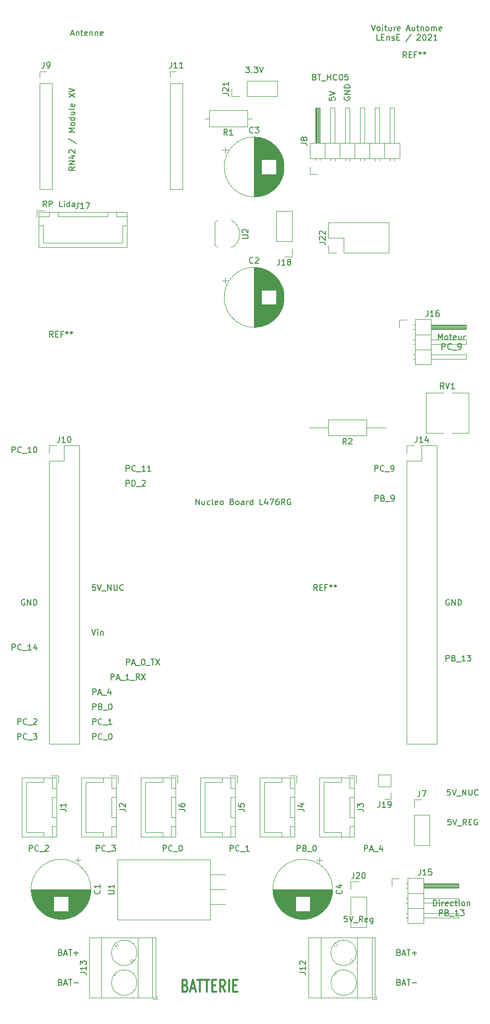
<source format=gbr>
%TF.GenerationSoftware,KiCad,Pcbnew,(5.1.6)-1*%
%TF.CreationDate,2023-02-11T22:10:46+01:00*%
%TF.ProjectId,CapteursVoiture,43617074-6575-4727-9356-6f6974757265,rev?*%
%TF.SameCoordinates,Original*%
%TF.FileFunction,Legend,Top*%
%TF.FilePolarity,Positive*%
%FSLAX46Y46*%
G04 Gerber Fmt 4.6, Leading zero omitted, Abs format (unit mm)*
G04 Created by KiCad (PCBNEW (5.1.6)-1) date 2023-02-11 22:10:46*
%MOMM*%
%LPD*%
G01*
G04 APERTURE LIST*
%ADD10C,0.150000*%
%ADD11C,0.300000*%
%ADD12C,0.120000*%
G04 APERTURE END LIST*
D10*
X99997380Y-34822380D02*
X100330714Y-35822380D01*
X100664047Y-34822380D01*
X101140238Y-35822380D02*
X101045000Y-35774761D01*
X100997380Y-35727142D01*
X100949761Y-35631904D01*
X100949761Y-35346190D01*
X100997380Y-35250952D01*
X101045000Y-35203333D01*
X101140238Y-35155714D01*
X101283095Y-35155714D01*
X101378333Y-35203333D01*
X101425952Y-35250952D01*
X101473571Y-35346190D01*
X101473571Y-35631904D01*
X101425952Y-35727142D01*
X101378333Y-35774761D01*
X101283095Y-35822380D01*
X101140238Y-35822380D01*
X101902142Y-35822380D02*
X101902142Y-35155714D01*
X101902142Y-34822380D02*
X101854523Y-34870000D01*
X101902142Y-34917619D01*
X101949761Y-34870000D01*
X101902142Y-34822380D01*
X101902142Y-34917619D01*
X102235476Y-35155714D02*
X102616428Y-35155714D01*
X102378333Y-34822380D02*
X102378333Y-35679523D01*
X102425952Y-35774761D01*
X102521190Y-35822380D01*
X102616428Y-35822380D01*
X103378333Y-35155714D02*
X103378333Y-35822380D01*
X102949761Y-35155714D02*
X102949761Y-35679523D01*
X102997380Y-35774761D01*
X103092619Y-35822380D01*
X103235476Y-35822380D01*
X103330714Y-35774761D01*
X103378333Y-35727142D01*
X103854523Y-35822380D02*
X103854523Y-35155714D01*
X103854523Y-35346190D02*
X103902142Y-35250952D01*
X103949761Y-35203333D01*
X104045000Y-35155714D01*
X104140238Y-35155714D01*
X104854523Y-35774761D02*
X104759285Y-35822380D01*
X104568809Y-35822380D01*
X104473571Y-35774761D01*
X104425952Y-35679523D01*
X104425952Y-35298571D01*
X104473571Y-35203333D01*
X104568809Y-35155714D01*
X104759285Y-35155714D01*
X104854523Y-35203333D01*
X104902142Y-35298571D01*
X104902142Y-35393809D01*
X104425952Y-35489047D01*
X106045000Y-35536666D02*
X106521190Y-35536666D01*
X105949761Y-35822380D02*
X106283095Y-34822380D01*
X106616428Y-35822380D01*
X107378333Y-35155714D02*
X107378333Y-35822380D01*
X106949761Y-35155714D02*
X106949761Y-35679523D01*
X106997380Y-35774761D01*
X107092619Y-35822380D01*
X107235476Y-35822380D01*
X107330714Y-35774761D01*
X107378333Y-35727142D01*
X107711666Y-35155714D02*
X108092619Y-35155714D01*
X107854523Y-34822380D02*
X107854523Y-35679523D01*
X107902142Y-35774761D01*
X107997380Y-35822380D01*
X108092619Y-35822380D01*
X108425952Y-35155714D02*
X108425952Y-35822380D01*
X108425952Y-35250952D02*
X108473571Y-35203333D01*
X108568809Y-35155714D01*
X108711666Y-35155714D01*
X108806904Y-35203333D01*
X108854523Y-35298571D01*
X108854523Y-35822380D01*
X109473571Y-35822380D02*
X109378333Y-35774761D01*
X109330714Y-35727142D01*
X109283095Y-35631904D01*
X109283095Y-35346190D01*
X109330714Y-35250952D01*
X109378333Y-35203333D01*
X109473571Y-35155714D01*
X109616428Y-35155714D01*
X109711666Y-35203333D01*
X109759285Y-35250952D01*
X109806904Y-35346190D01*
X109806904Y-35631904D01*
X109759285Y-35727142D01*
X109711666Y-35774761D01*
X109616428Y-35822380D01*
X109473571Y-35822380D01*
X110235476Y-35822380D02*
X110235476Y-35155714D01*
X110235476Y-35250952D02*
X110283095Y-35203333D01*
X110378333Y-35155714D01*
X110521190Y-35155714D01*
X110616428Y-35203333D01*
X110664047Y-35298571D01*
X110664047Y-35822380D01*
X110664047Y-35298571D02*
X110711666Y-35203333D01*
X110806904Y-35155714D01*
X110949761Y-35155714D01*
X111045000Y-35203333D01*
X111092619Y-35298571D01*
X111092619Y-35822380D01*
X111949761Y-35774761D02*
X111854523Y-35822380D01*
X111664047Y-35822380D01*
X111568809Y-35774761D01*
X111521190Y-35679523D01*
X111521190Y-35298571D01*
X111568809Y-35203333D01*
X111664047Y-35155714D01*
X111854523Y-35155714D01*
X111949761Y-35203333D01*
X111997380Y-35298571D01*
X111997380Y-35393809D01*
X111521190Y-35489047D01*
X101402142Y-37472380D02*
X100925952Y-37472380D01*
X100925952Y-36472380D01*
X101735476Y-36948571D02*
X102068809Y-36948571D01*
X102211666Y-37472380D02*
X101735476Y-37472380D01*
X101735476Y-36472380D01*
X102211666Y-36472380D01*
X102640238Y-36805714D02*
X102640238Y-37472380D01*
X102640238Y-36900952D02*
X102687857Y-36853333D01*
X102783095Y-36805714D01*
X102925952Y-36805714D01*
X103021190Y-36853333D01*
X103068809Y-36948571D01*
X103068809Y-37472380D01*
X103497380Y-37424761D02*
X103592619Y-37472380D01*
X103783095Y-37472380D01*
X103878333Y-37424761D01*
X103925952Y-37329523D01*
X103925952Y-37281904D01*
X103878333Y-37186666D01*
X103783095Y-37139047D01*
X103640238Y-37139047D01*
X103545000Y-37091428D01*
X103497380Y-36996190D01*
X103497380Y-36948571D01*
X103545000Y-36853333D01*
X103640238Y-36805714D01*
X103783095Y-36805714D01*
X103878333Y-36853333D01*
X104354523Y-36948571D02*
X104687857Y-36948571D01*
X104830714Y-37472380D02*
X104354523Y-37472380D01*
X104354523Y-36472380D01*
X104830714Y-36472380D01*
X106735476Y-36424761D02*
X105878333Y-37710476D01*
X107783095Y-36567619D02*
X107830714Y-36520000D01*
X107925952Y-36472380D01*
X108164047Y-36472380D01*
X108259285Y-36520000D01*
X108306904Y-36567619D01*
X108354523Y-36662857D01*
X108354523Y-36758095D01*
X108306904Y-36900952D01*
X107735476Y-37472380D01*
X108354523Y-37472380D01*
X108973571Y-36472380D02*
X109068809Y-36472380D01*
X109164047Y-36520000D01*
X109211666Y-36567619D01*
X109259285Y-36662857D01*
X109306904Y-36853333D01*
X109306904Y-37091428D01*
X109259285Y-37281904D01*
X109211666Y-37377142D01*
X109164047Y-37424761D01*
X109068809Y-37472380D01*
X108973571Y-37472380D01*
X108878333Y-37424761D01*
X108830714Y-37377142D01*
X108783095Y-37281904D01*
X108735476Y-37091428D01*
X108735476Y-36853333D01*
X108783095Y-36662857D01*
X108830714Y-36567619D01*
X108878333Y-36520000D01*
X108973571Y-36472380D01*
X109687857Y-36567619D02*
X109735476Y-36520000D01*
X109830714Y-36472380D01*
X110068809Y-36472380D01*
X110164047Y-36520000D01*
X110211666Y-36567619D01*
X110259285Y-36662857D01*
X110259285Y-36758095D01*
X110211666Y-36900952D01*
X109640238Y-37472380D01*
X110259285Y-37472380D01*
X111211666Y-37472380D02*
X110640238Y-37472380D01*
X110925952Y-37472380D02*
X110925952Y-36472380D01*
X110830714Y-36615238D01*
X110735476Y-36710476D01*
X110640238Y-36758095D01*
X44561428Y-65857380D02*
X44228095Y-65381190D01*
X43990000Y-65857380D02*
X43990000Y-64857380D01*
X44370952Y-64857380D01*
X44466190Y-64905000D01*
X44513809Y-64952619D01*
X44561428Y-65047857D01*
X44561428Y-65190714D01*
X44513809Y-65285952D01*
X44466190Y-65333571D01*
X44370952Y-65381190D01*
X43990000Y-65381190D01*
X44990000Y-65857380D02*
X44990000Y-64857380D01*
X45370952Y-64857380D01*
X45466190Y-64905000D01*
X45513809Y-64952619D01*
X45561428Y-65047857D01*
X45561428Y-65190714D01*
X45513809Y-65285952D01*
X45466190Y-65333571D01*
X45370952Y-65381190D01*
X44990000Y-65381190D01*
X47228095Y-65857380D02*
X46751904Y-65857380D01*
X46751904Y-64857380D01*
X47561428Y-65857380D02*
X47561428Y-65190714D01*
X47561428Y-64857380D02*
X47513809Y-64905000D01*
X47561428Y-64952619D01*
X47609047Y-64905000D01*
X47561428Y-64857380D01*
X47561428Y-64952619D01*
X48466190Y-65857380D02*
X48466190Y-64857380D01*
X48466190Y-65809761D02*
X48370952Y-65857380D01*
X48180476Y-65857380D01*
X48085238Y-65809761D01*
X48037619Y-65762142D01*
X47990000Y-65666904D01*
X47990000Y-65381190D01*
X48037619Y-65285952D01*
X48085238Y-65238333D01*
X48180476Y-65190714D01*
X48370952Y-65190714D01*
X48466190Y-65238333D01*
X49370952Y-65857380D02*
X49370952Y-65333571D01*
X49323333Y-65238333D01*
X49228095Y-65190714D01*
X49037619Y-65190714D01*
X48942380Y-65238333D01*
X49370952Y-65809761D02*
X49275714Y-65857380D01*
X49037619Y-65857380D01*
X48942380Y-65809761D01*
X48894761Y-65714523D01*
X48894761Y-65619285D01*
X48942380Y-65524047D01*
X49037619Y-65476428D01*
X49275714Y-65476428D01*
X49370952Y-65428809D01*
X49847142Y-65857380D02*
X49847142Y-65190714D01*
X49847142Y-65381190D02*
X49894761Y-65285952D01*
X49942380Y-65238333D01*
X50037619Y-65190714D01*
X50132857Y-65190714D01*
X95837619Y-186777380D02*
X95361428Y-186777380D01*
X95313809Y-187253571D01*
X95361428Y-187205952D01*
X95456666Y-187158333D01*
X95694761Y-187158333D01*
X95790000Y-187205952D01*
X95837619Y-187253571D01*
X95885238Y-187348809D01*
X95885238Y-187586904D01*
X95837619Y-187682142D01*
X95790000Y-187729761D01*
X95694761Y-187777380D01*
X95456666Y-187777380D01*
X95361428Y-187729761D01*
X95313809Y-187682142D01*
X96170952Y-186777380D02*
X96504285Y-187777380D01*
X96837619Y-186777380D01*
X96932857Y-187872619D02*
X97694761Y-187872619D01*
X98504285Y-187777380D02*
X98170952Y-187301190D01*
X97932857Y-187777380D02*
X97932857Y-186777380D01*
X98313809Y-186777380D01*
X98409047Y-186825000D01*
X98456666Y-186872619D01*
X98504285Y-186967857D01*
X98504285Y-187110714D01*
X98456666Y-187205952D01*
X98409047Y-187253571D01*
X98313809Y-187301190D01*
X97932857Y-187301190D01*
X99313809Y-187729761D02*
X99218571Y-187777380D01*
X99028095Y-187777380D01*
X98932857Y-187729761D01*
X98885238Y-187634523D01*
X98885238Y-187253571D01*
X98932857Y-187158333D01*
X99028095Y-187110714D01*
X99218571Y-187110714D01*
X99313809Y-187158333D01*
X99361428Y-187253571D01*
X99361428Y-187348809D01*
X98885238Y-187444047D01*
X100218571Y-187110714D02*
X100218571Y-187920238D01*
X100170952Y-188015476D01*
X100123333Y-188063095D01*
X100028095Y-188110714D01*
X99885238Y-188110714D01*
X99790000Y-188063095D01*
X100218571Y-187729761D02*
X100123333Y-187777380D01*
X99932857Y-187777380D01*
X99837619Y-187729761D01*
X99790000Y-187682142D01*
X99742380Y-187586904D01*
X99742380Y-187301190D01*
X99790000Y-187205952D01*
X99837619Y-187158333D01*
X99932857Y-187110714D01*
X100123333Y-187110714D01*
X100218571Y-187158333D01*
D11*
X68247142Y-198612142D02*
X68461428Y-198707380D01*
X68532857Y-198802619D01*
X68604285Y-198993095D01*
X68604285Y-199278809D01*
X68532857Y-199469285D01*
X68461428Y-199564523D01*
X68318571Y-199659761D01*
X67747142Y-199659761D01*
X67747142Y-197659761D01*
X68247142Y-197659761D01*
X68390000Y-197755000D01*
X68461428Y-197850238D01*
X68532857Y-198040714D01*
X68532857Y-198231190D01*
X68461428Y-198421666D01*
X68390000Y-198516904D01*
X68247142Y-198612142D01*
X67747142Y-198612142D01*
X69175714Y-199088333D02*
X69890000Y-199088333D01*
X69032857Y-199659761D02*
X69532857Y-197659761D01*
X70032857Y-199659761D01*
X70318571Y-197659761D02*
X71175714Y-197659761D01*
X70747142Y-199659761D02*
X70747142Y-197659761D01*
X71461428Y-197659761D02*
X72318571Y-197659761D01*
X71890000Y-199659761D02*
X71890000Y-197659761D01*
X72818571Y-198612142D02*
X73318571Y-198612142D01*
X73532857Y-199659761D02*
X72818571Y-199659761D01*
X72818571Y-197659761D01*
X73532857Y-197659761D01*
X75032857Y-199659761D02*
X74532857Y-198707380D01*
X74175714Y-199659761D02*
X74175714Y-197659761D01*
X74747142Y-197659761D01*
X74890000Y-197755000D01*
X74961428Y-197850238D01*
X75032857Y-198040714D01*
X75032857Y-198326428D01*
X74961428Y-198516904D01*
X74890000Y-198612142D01*
X74747142Y-198707380D01*
X74175714Y-198707380D01*
X75675714Y-199659761D02*
X75675714Y-197659761D01*
X76390000Y-198612142D02*
X76890000Y-198612142D01*
X77104285Y-199659761D02*
X76390000Y-199659761D01*
X76390000Y-197659761D01*
X77104285Y-197659761D01*
D10*
X78533809Y-41997380D02*
X79152857Y-41997380D01*
X78819523Y-42378333D01*
X78962380Y-42378333D01*
X79057619Y-42425952D01*
X79105238Y-42473571D01*
X79152857Y-42568809D01*
X79152857Y-42806904D01*
X79105238Y-42902142D01*
X79057619Y-42949761D01*
X78962380Y-42997380D01*
X78676666Y-42997380D01*
X78581428Y-42949761D01*
X78533809Y-42902142D01*
X79581428Y-42902142D02*
X79629047Y-42949761D01*
X79581428Y-42997380D01*
X79533809Y-42949761D01*
X79581428Y-42902142D01*
X79581428Y-42997380D01*
X79962380Y-41997380D02*
X80581428Y-41997380D01*
X80248095Y-42378333D01*
X80390952Y-42378333D01*
X80486190Y-42425952D01*
X80533809Y-42473571D01*
X80581428Y-42568809D01*
X80581428Y-42806904D01*
X80533809Y-42902142D01*
X80486190Y-42949761D01*
X80390952Y-42997380D01*
X80105238Y-42997380D01*
X80010000Y-42949761D01*
X79962380Y-42902142D01*
X80867142Y-41997380D02*
X81200476Y-42997380D01*
X81533809Y-41997380D01*
X55515238Y-146502380D02*
X55515238Y-145502380D01*
X55896190Y-145502380D01*
X55991428Y-145550000D01*
X56039047Y-145597619D01*
X56086666Y-145692857D01*
X56086666Y-145835714D01*
X56039047Y-145930952D01*
X55991428Y-145978571D01*
X55896190Y-146026190D01*
X55515238Y-146026190D01*
X56467619Y-146216666D02*
X56943809Y-146216666D01*
X56372380Y-146502380D02*
X56705714Y-145502380D01*
X57039047Y-146502380D01*
X57134285Y-146597619D02*
X57896190Y-146597619D01*
X58658095Y-146502380D02*
X58086666Y-146502380D01*
X58372380Y-146502380D02*
X58372380Y-145502380D01*
X58277142Y-145645238D01*
X58181904Y-145740476D01*
X58086666Y-145788095D01*
X58848571Y-146597619D02*
X59610476Y-146597619D01*
X60420000Y-146502380D02*
X60086666Y-146026190D01*
X59848571Y-146502380D02*
X59848571Y-145502380D01*
X60229523Y-145502380D01*
X60324761Y-145550000D01*
X60372380Y-145597619D01*
X60420000Y-145692857D01*
X60420000Y-145835714D01*
X60372380Y-145930952D01*
X60324761Y-145978571D01*
X60229523Y-146026190D01*
X59848571Y-146026190D01*
X60753333Y-145502380D02*
X61420000Y-146502380D01*
X61420000Y-145502380D02*
X60753333Y-146502380D01*
X58174285Y-143962380D02*
X58174285Y-142962380D01*
X58555238Y-142962380D01*
X58650476Y-143010000D01*
X58698095Y-143057619D01*
X58745714Y-143152857D01*
X58745714Y-143295714D01*
X58698095Y-143390952D01*
X58650476Y-143438571D01*
X58555238Y-143486190D01*
X58174285Y-143486190D01*
X59126666Y-143676666D02*
X59602857Y-143676666D01*
X59031428Y-143962380D02*
X59364761Y-142962380D01*
X59698095Y-143962380D01*
X59793333Y-144057619D02*
X60555238Y-144057619D01*
X60983809Y-142962380D02*
X61079047Y-142962380D01*
X61174285Y-143010000D01*
X61221904Y-143057619D01*
X61269523Y-143152857D01*
X61317142Y-143343333D01*
X61317142Y-143581428D01*
X61269523Y-143771904D01*
X61221904Y-143867142D01*
X61174285Y-143914761D01*
X61079047Y-143962380D01*
X60983809Y-143962380D01*
X60888571Y-143914761D01*
X60840952Y-143867142D01*
X60793333Y-143771904D01*
X60745714Y-143581428D01*
X60745714Y-143343333D01*
X60793333Y-143152857D01*
X60840952Y-143057619D01*
X60888571Y-143010000D01*
X60983809Y-142962380D01*
X61507619Y-144057619D02*
X62269523Y-144057619D01*
X62364761Y-142962380D02*
X62936190Y-142962380D01*
X62650476Y-143962380D02*
X62650476Y-142962380D01*
X63174285Y-142962380D02*
X63840952Y-143962380D01*
X63840952Y-142962380D02*
X63174285Y-143962380D01*
X100615952Y-116022380D02*
X100615952Y-115022380D01*
X100996904Y-115022380D01*
X101092142Y-115070000D01*
X101139761Y-115117619D01*
X101187380Y-115212857D01*
X101187380Y-115355714D01*
X101139761Y-115450952D01*
X101092142Y-115498571D01*
X100996904Y-115546190D01*
X100615952Y-115546190D01*
X101949285Y-115498571D02*
X102092142Y-115546190D01*
X102139761Y-115593809D01*
X102187380Y-115689047D01*
X102187380Y-115831904D01*
X102139761Y-115927142D01*
X102092142Y-115974761D01*
X101996904Y-116022380D01*
X101615952Y-116022380D01*
X101615952Y-115022380D01*
X101949285Y-115022380D01*
X102044523Y-115070000D01*
X102092142Y-115117619D01*
X102139761Y-115212857D01*
X102139761Y-115308095D01*
X102092142Y-115403333D01*
X102044523Y-115450952D01*
X101949285Y-115498571D01*
X101615952Y-115498571D01*
X102377857Y-116117619D02*
X103139761Y-116117619D01*
X103425476Y-116022380D02*
X103615952Y-116022380D01*
X103711190Y-115974761D01*
X103758809Y-115927142D01*
X103854047Y-115784285D01*
X103901666Y-115593809D01*
X103901666Y-115212857D01*
X103854047Y-115117619D01*
X103806428Y-115070000D01*
X103711190Y-115022380D01*
X103520714Y-115022380D01*
X103425476Y-115070000D01*
X103377857Y-115117619D01*
X103330238Y-115212857D01*
X103330238Y-115450952D01*
X103377857Y-115546190D01*
X103425476Y-115593809D01*
X103520714Y-115641428D01*
X103711190Y-115641428D01*
X103806428Y-115593809D01*
X103854047Y-115546190D01*
X103901666Y-115450952D01*
X113450952Y-165187380D02*
X112974761Y-165187380D01*
X112927142Y-165663571D01*
X112974761Y-165615952D01*
X113070000Y-165568333D01*
X113308095Y-165568333D01*
X113403333Y-165615952D01*
X113450952Y-165663571D01*
X113498571Y-165758809D01*
X113498571Y-165996904D01*
X113450952Y-166092142D01*
X113403333Y-166139761D01*
X113308095Y-166187380D01*
X113070000Y-166187380D01*
X112974761Y-166139761D01*
X112927142Y-166092142D01*
X113784285Y-165187380D02*
X114117619Y-166187380D01*
X114450952Y-165187380D01*
X114546190Y-166282619D02*
X115308095Y-166282619D01*
X115546190Y-166187380D02*
X115546190Y-165187380D01*
X116117619Y-166187380D01*
X116117619Y-165187380D01*
X116593809Y-165187380D02*
X116593809Y-165996904D01*
X116641428Y-166092142D01*
X116689047Y-166139761D01*
X116784285Y-166187380D01*
X116974761Y-166187380D01*
X117070000Y-166139761D01*
X117117619Y-166092142D01*
X117165238Y-165996904D01*
X117165238Y-165187380D01*
X118212857Y-166092142D02*
X118165238Y-166139761D01*
X118022380Y-166187380D01*
X117927142Y-166187380D01*
X117784285Y-166139761D01*
X117689047Y-166044523D01*
X117641428Y-165949285D01*
X117593809Y-165758809D01*
X117593809Y-165615952D01*
X117641428Y-165425476D01*
X117689047Y-165330238D01*
X117784285Y-165235000D01*
X117927142Y-165187380D01*
X118022380Y-165187380D01*
X118165238Y-165235000D01*
X118212857Y-165282619D01*
X113546190Y-170267380D02*
X113070000Y-170267380D01*
X113022380Y-170743571D01*
X113070000Y-170695952D01*
X113165238Y-170648333D01*
X113403333Y-170648333D01*
X113498571Y-170695952D01*
X113546190Y-170743571D01*
X113593809Y-170838809D01*
X113593809Y-171076904D01*
X113546190Y-171172142D01*
X113498571Y-171219761D01*
X113403333Y-171267380D01*
X113165238Y-171267380D01*
X113070000Y-171219761D01*
X113022380Y-171172142D01*
X113879523Y-170267380D02*
X114212857Y-171267380D01*
X114546190Y-170267380D01*
X114641428Y-171362619D02*
X115403333Y-171362619D01*
X116212857Y-171267380D02*
X115879523Y-170791190D01*
X115641428Y-171267380D02*
X115641428Y-170267380D01*
X116022380Y-170267380D01*
X116117619Y-170315000D01*
X116165238Y-170362619D01*
X116212857Y-170457857D01*
X116212857Y-170600714D01*
X116165238Y-170695952D01*
X116117619Y-170743571D01*
X116022380Y-170791190D01*
X115641428Y-170791190D01*
X116641428Y-170743571D02*
X116974761Y-170743571D01*
X117117619Y-171267380D02*
X116641428Y-171267380D01*
X116641428Y-170267380D01*
X117117619Y-170267380D01*
X118070000Y-170315000D02*
X117974761Y-170267380D01*
X117831904Y-170267380D01*
X117689047Y-170315000D01*
X117593809Y-170410238D01*
X117546190Y-170505476D01*
X117498571Y-170695952D01*
X117498571Y-170838809D01*
X117546190Y-171029285D01*
X117593809Y-171124523D01*
X117689047Y-171219761D01*
X117831904Y-171267380D01*
X117927142Y-171267380D01*
X118070000Y-171219761D01*
X118117619Y-171172142D01*
X118117619Y-170838809D01*
X117927142Y-170838809D01*
X48696904Y-36361666D02*
X49173095Y-36361666D01*
X48601666Y-36647380D02*
X48935000Y-35647380D01*
X49268333Y-36647380D01*
X49601666Y-35980714D02*
X49601666Y-36647380D01*
X49601666Y-36075952D02*
X49649285Y-36028333D01*
X49744523Y-35980714D01*
X49887380Y-35980714D01*
X49982619Y-36028333D01*
X50030238Y-36123571D01*
X50030238Y-36647380D01*
X50363571Y-35980714D02*
X50744523Y-35980714D01*
X50506428Y-35647380D02*
X50506428Y-36504523D01*
X50554047Y-36599761D01*
X50649285Y-36647380D01*
X50744523Y-36647380D01*
X51458809Y-36599761D02*
X51363571Y-36647380D01*
X51173095Y-36647380D01*
X51077857Y-36599761D01*
X51030238Y-36504523D01*
X51030238Y-36123571D01*
X51077857Y-36028333D01*
X51173095Y-35980714D01*
X51363571Y-35980714D01*
X51458809Y-36028333D01*
X51506428Y-36123571D01*
X51506428Y-36218809D01*
X51030238Y-36314047D01*
X51935000Y-35980714D02*
X51935000Y-36647380D01*
X51935000Y-36075952D02*
X51982619Y-36028333D01*
X52077857Y-35980714D01*
X52220714Y-35980714D01*
X52315952Y-36028333D01*
X52363571Y-36123571D01*
X52363571Y-36647380D01*
X52839761Y-35980714D02*
X52839761Y-36647380D01*
X52839761Y-36075952D02*
X52887380Y-36028333D01*
X52982619Y-35980714D01*
X53125476Y-35980714D01*
X53220714Y-36028333D01*
X53268333Y-36123571D01*
X53268333Y-36647380D01*
X54125476Y-36599761D02*
X54030238Y-36647380D01*
X53839761Y-36647380D01*
X53744523Y-36599761D01*
X53696904Y-36504523D01*
X53696904Y-36123571D01*
X53744523Y-36028333D01*
X53839761Y-35980714D01*
X54030238Y-35980714D01*
X54125476Y-36028333D01*
X54173095Y-36123571D01*
X54173095Y-36218809D01*
X53696904Y-36314047D01*
X49347380Y-59062142D02*
X48871190Y-59395476D01*
X49347380Y-59633571D02*
X48347380Y-59633571D01*
X48347380Y-59252619D01*
X48395000Y-59157380D01*
X48442619Y-59109761D01*
X48537857Y-59062142D01*
X48680714Y-59062142D01*
X48775952Y-59109761D01*
X48823571Y-59157380D01*
X48871190Y-59252619D01*
X48871190Y-59633571D01*
X49347380Y-58633571D02*
X48347380Y-58633571D01*
X49347380Y-58062142D01*
X48347380Y-58062142D01*
X48680714Y-57157380D02*
X49347380Y-57157380D01*
X48299761Y-57395476D02*
X49014047Y-57633571D01*
X49014047Y-57014523D01*
X48442619Y-56681190D02*
X48395000Y-56633571D01*
X48347380Y-56538333D01*
X48347380Y-56300238D01*
X48395000Y-56205000D01*
X48442619Y-56157380D01*
X48537857Y-56109761D01*
X48633095Y-56109761D01*
X48775952Y-56157380D01*
X49347380Y-56728809D01*
X49347380Y-56109761D01*
X48299761Y-54205000D02*
X49585476Y-55062142D01*
X49347380Y-53109761D02*
X48347380Y-53109761D01*
X49061666Y-52776428D01*
X48347380Y-52443095D01*
X49347380Y-52443095D01*
X49347380Y-51824047D02*
X49299761Y-51919285D01*
X49252142Y-51966904D01*
X49156904Y-52014523D01*
X48871190Y-52014523D01*
X48775952Y-51966904D01*
X48728333Y-51919285D01*
X48680714Y-51824047D01*
X48680714Y-51681190D01*
X48728333Y-51585952D01*
X48775952Y-51538333D01*
X48871190Y-51490714D01*
X49156904Y-51490714D01*
X49252142Y-51538333D01*
X49299761Y-51585952D01*
X49347380Y-51681190D01*
X49347380Y-51824047D01*
X49347380Y-50633571D02*
X48347380Y-50633571D01*
X49299761Y-50633571D02*
X49347380Y-50728809D01*
X49347380Y-50919285D01*
X49299761Y-51014523D01*
X49252142Y-51062142D01*
X49156904Y-51109761D01*
X48871190Y-51109761D01*
X48775952Y-51062142D01*
X48728333Y-51014523D01*
X48680714Y-50919285D01*
X48680714Y-50728809D01*
X48728333Y-50633571D01*
X48680714Y-49728809D02*
X49347380Y-49728809D01*
X48680714Y-50157380D02*
X49204523Y-50157380D01*
X49299761Y-50109761D01*
X49347380Y-50014523D01*
X49347380Y-49871666D01*
X49299761Y-49776428D01*
X49252142Y-49728809D01*
X49347380Y-49109761D02*
X49299761Y-49205000D01*
X49204523Y-49252619D01*
X48347380Y-49252619D01*
X49299761Y-48347857D02*
X49347380Y-48443095D01*
X49347380Y-48633571D01*
X49299761Y-48728809D01*
X49204523Y-48776428D01*
X48823571Y-48776428D01*
X48728333Y-48728809D01*
X48680714Y-48633571D01*
X48680714Y-48443095D01*
X48728333Y-48347857D01*
X48823571Y-48300238D01*
X48918809Y-48300238D01*
X49014047Y-48776428D01*
X48347380Y-47205000D02*
X49347380Y-46538333D01*
X48347380Y-46538333D02*
X49347380Y-47205000D01*
X48347380Y-46300238D02*
X49347380Y-45966904D01*
X48347380Y-45633571D01*
X92797380Y-47180476D02*
X92797380Y-47656666D01*
X93273571Y-47704285D01*
X93225952Y-47656666D01*
X93178333Y-47561428D01*
X93178333Y-47323333D01*
X93225952Y-47228095D01*
X93273571Y-47180476D01*
X93368809Y-47132857D01*
X93606904Y-47132857D01*
X93702142Y-47180476D01*
X93749761Y-47228095D01*
X93797380Y-47323333D01*
X93797380Y-47561428D01*
X93749761Y-47656666D01*
X93702142Y-47704285D01*
X92797380Y-46847142D02*
X93797380Y-46513809D01*
X92797380Y-46180476D01*
X95385000Y-47116904D02*
X95337380Y-47212142D01*
X95337380Y-47355000D01*
X95385000Y-47497857D01*
X95480238Y-47593095D01*
X95575476Y-47640714D01*
X95765952Y-47688333D01*
X95908809Y-47688333D01*
X96099285Y-47640714D01*
X96194523Y-47593095D01*
X96289761Y-47497857D01*
X96337380Y-47355000D01*
X96337380Y-47259761D01*
X96289761Y-47116904D01*
X96242142Y-47069285D01*
X95908809Y-47069285D01*
X95908809Y-47259761D01*
X96337380Y-46640714D02*
X95337380Y-46640714D01*
X96337380Y-46069285D01*
X95337380Y-46069285D01*
X96337380Y-45593095D02*
X95337380Y-45593095D01*
X95337380Y-45355000D01*
X95385000Y-45212142D01*
X95480238Y-45116904D01*
X95575476Y-45069285D01*
X95765952Y-45021666D01*
X95908809Y-45021666D01*
X96099285Y-45069285D01*
X96194523Y-45116904D01*
X96289761Y-45212142D01*
X96337380Y-45355000D01*
X96337380Y-45593095D01*
X90297380Y-43743571D02*
X90440238Y-43791190D01*
X90487857Y-43838809D01*
X90535476Y-43934047D01*
X90535476Y-44076904D01*
X90487857Y-44172142D01*
X90440238Y-44219761D01*
X90345000Y-44267380D01*
X89964047Y-44267380D01*
X89964047Y-43267380D01*
X90297380Y-43267380D01*
X90392619Y-43315000D01*
X90440238Y-43362619D01*
X90487857Y-43457857D01*
X90487857Y-43553095D01*
X90440238Y-43648333D01*
X90392619Y-43695952D01*
X90297380Y-43743571D01*
X89964047Y-43743571D01*
X90821190Y-43267380D02*
X91392619Y-43267380D01*
X91106904Y-44267380D02*
X91106904Y-43267380D01*
X91487857Y-44362619D02*
X92249761Y-44362619D01*
X92487857Y-44267380D02*
X92487857Y-43267380D01*
X92487857Y-43743571D02*
X93059285Y-43743571D01*
X93059285Y-44267380D02*
X93059285Y-43267380D01*
X94106904Y-44172142D02*
X94059285Y-44219761D01*
X93916428Y-44267380D01*
X93821190Y-44267380D01*
X93678333Y-44219761D01*
X93583095Y-44124523D01*
X93535476Y-44029285D01*
X93487857Y-43838809D01*
X93487857Y-43695952D01*
X93535476Y-43505476D01*
X93583095Y-43410238D01*
X93678333Y-43315000D01*
X93821190Y-43267380D01*
X93916428Y-43267380D01*
X94059285Y-43315000D01*
X94106904Y-43362619D01*
X94725952Y-43267380D02*
X94821190Y-43267380D01*
X94916428Y-43315000D01*
X94964047Y-43362619D01*
X95011666Y-43457857D01*
X95059285Y-43648333D01*
X95059285Y-43886428D01*
X95011666Y-44076904D01*
X94964047Y-44172142D01*
X94916428Y-44219761D01*
X94821190Y-44267380D01*
X94725952Y-44267380D01*
X94630714Y-44219761D01*
X94583095Y-44172142D01*
X94535476Y-44076904D01*
X94487857Y-43886428D01*
X94487857Y-43648333D01*
X94535476Y-43457857D01*
X94583095Y-43362619D01*
X94630714Y-43315000D01*
X94725952Y-43267380D01*
X95964047Y-43267380D02*
X95487857Y-43267380D01*
X95440238Y-43743571D01*
X95487857Y-43695952D01*
X95583095Y-43648333D01*
X95821190Y-43648333D01*
X95916428Y-43695952D01*
X95964047Y-43743571D01*
X96011666Y-43838809D01*
X96011666Y-44076904D01*
X95964047Y-44172142D01*
X95916428Y-44219761D01*
X95821190Y-44267380D01*
X95583095Y-44267380D01*
X95487857Y-44219761D01*
X95440238Y-44172142D01*
X98782380Y-175712380D02*
X98782380Y-174712380D01*
X99163333Y-174712380D01*
X99258571Y-174760000D01*
X99306190Y-174807619D01*
X99353809Y-174902857D01*
X99353809Y-175045714D01*
X99306190Y-175140952D01*
X99258571Y-175188571D01*
X99163333Y-175236190D01*
X98782380Y-175236190D01*
X99734761Y-175426666D02*
X100210952Y-175426666D01*
X99639523Y-175712380D02*
X99972857Y-174712380D01*
X100306190Y-175712380D01*
X100401428Y-175807619D02*
X101163333Y-175807619D01*
X101830000Y-175045714D02*
X101830000Y-175712380D01*
X101591904Y-174664761D02*
X101353809Y-175379047D01*
X101972857Y-175379047D01*
X87280952Y-175712380D02*
X87280952Y-174712380D01*
X87661904Y-174712380D01*
X87757142Y-174760000D01*
X87804761Y-174807619D01*
X87852380Y-174902857D01*
X87852380Y-175045714D01*
X87804761Y-175140952D01*
X87757142Y-175188571D01*
X87661904Y-175236190D01*
X87280952Y-175236190D01*
X88614285Y-175188571D02*
X88757142Y-175236190D01*
X88804761Y-175283809D01*
X88852380Y-175379047D01*
X88852380Y-175521904D01*
X88804761Y-175617142D01*
X88757142Y-175664761D01*
X88661904Y-175712380D01*
X88280952Y-175712380D01*
X88280952Y-174712380D01*
X88614285Y-174712380D01*
X88709523Y-174760000D01*
X88757142Y-174807619D01*
X88804761Y-174902857D01*
X88804761Y-174998095D01*
X88757142Y-175093333D01*
X88709523Y-175140952D01*
X88614285Y-175188571D01*
X88280952Y-175188571D01*
X89042857Y-175807619D02*
X89804761Y-175807619D01*
X90233333Y-174712380D02*
X90328571Y-174712380D01*
X90423809Y-174760000D01*
X90471428Y-174807619D01*
X90519047Y-174902857D01*
X90566666Y-175093333D01*
X90566666Y-175331428D01*
X90519047Y-175521904D01*
X90471428Y-175617142D01*
X90423809Y-175664761D01*
X90328571Y-175712380D01*
X90233333Y-175712380D01*
X90138095Y-175664761D01*
X90090476Y-175617142D01*
X90042857Y-175521904D01*
X89995238Y-175331428D01*
X89995238Y-175093333D01*
X90042857Y-174902857D01*
X90090476Y-174807619D01*
X90138095Y-174760000D01*
X90233333Y-174712380D01*
X75850952Y-175712380D02*
X75850952Y-174712380D01*
X76231904Y-174712380D01*
X76327142Y-174760000D01*
X76374761Y-174807619D01*
X76422380Y-174902857D01*
X76422380Y-175045714D01*
X76374761Y-175140952D01*
X76327142Y-175188571D01*
X76231904Y-175236190D01*
X75850952Y-175236190D01*
X77422380Y-175617142D02*
X77374761Y-175664761D01*
X77231904Y-175712380D01*
X77136666Y-175712380D01*
X76993809Y-175664761D01*
X76898571Y-175569523D01*
X76850952Y-175474285D01*
X76803333Y-175283809D01*
X76803333Y-175140952D01*
X76850952Y-174950476D01*
X76898571Y-174855238D01*
X76993809Y-174760000D01*
X77136666Y-174712380D01*
X77231904Y-174712380D01*
X77374761Y-174760000D01*
X77422380Y-174807619D01*
X77612857Y-175807619D02*
X78374761Y-175807619D01*
X79136666Y-175712380D02*
X78565238Y-175712380D01*
X78850952Y-175712380D02*
X78850952Y-174712380D01*
X78755714Y-174855238D01*
X78660476Y-174950476D01*
X78565238Y-174998095D01*
X64420952Y-175712380D02*
X64420952Y-174712380D01*
X64801904Y-174712380D01*
X64897142Y-174760000D01*
X64944761Y-174807619D01*
X64992380Y-174902857D01*
X64992380Y-175045714D01*
X64944761Y-175140952D01*
X64897142Y-175188571D01*
X64801904Y-175236190D01*
X64420952Y-175236190D01*
X65992380Y-175617142D02*
X65944761Y-175664761D01*
X65801904Y-175712380D01*
X65706666Y-175712380D01*
X65563809Y-175664761D01*
X65468571Y-175569523D01*
X65420952Y-175474285D01*
X65373333Y-175283809D01*
X65373333Y-175140952D01*
X65420952Y-174950476D01*
X65468571Y-174855238D01*
X65563809Y-174760000D01*
X65706666Y-174712380D01*
X65801904Y-174712380D01*
X65944761Y-174760000D01*
X65992380Y-174807619D01*
X66182857Y-175807619D02*
X66944761Y-175807619D01*
X67373333Y-174712380D02*
X67468571Y-174712380D01*
X67563809Y-174760000D01*
X67611428Y-174807619D01*
X67659047Y-174902857D01*
X67706666Y-175093333D01*
X67706666Y-175331428D01*
X67659047Y-175521904D01*
X67611428Y-175617142D01*
X67563809Y-175664761D01*
X67468571Y-175712380D01*
X67373333Y-175712380D01*
X67278095Y-175664761D01*
X67230476Y-175617142D01*
X67182857Y-175521904D01*
X67135238Y-175331428D01*
X67135238Y-175093333D01*
X67182857Y-174902857D01*
X67230476Y-174807619D01*
X67278095Y-174760000D01*
X67373333Y-174712380D01*
X52990952Y-175712380D02*
X52990952Y-174712380D01*
X53371904Y-174712380D01*
X53467142Y-174760000D01*
X53514761Y-174807619D01*
X53562380Y-174902857D01*
X53562380Y-175045714D01*
X53514761Y-175140952D01*
X53467142Y-175188571D01*
X53371904Y-175236190D01*
X52990952Y-175236190D01*
X54562380Y-175617142D02*
X54514761Y-175664761D01*
X54371904Y-175712380D01*
X54276666Y-175712380D01*
X54133809Y-175664761D01*
X54038571Y-175569523D01*
X53990952Y-175474285D01*
X53943333Y-175283809D01*
X53943333Y-175140952D01*
X53990952Y-174950476D01*
X54038571Y-174855238D01*
X54133809Y-174760000D01*
X54276666Y-174712380D01*
X54371904Y-174712380D01*
X54514761Y-174760000D01*
X54562380Y-174807619D01*
X54752857Y-175807619D02*
X55514761Y-175807619D01*
X55657619Y-174712380D02*
X56276666Y-174712380D01*
X55943333Y-175093333D01*
X56086190Y-175093333D01*
X56181428Y-175140952D01*
X56229047Y-175188571D01*
X56276666Y-175283809D01*
X56276666Y-175521904D01*
X56229047Y-175617142D01*
X56181428Y-175664761D01*
X56086190Y-175712380D01*
X55800476Y-175712380D01*
X55705238Y-175664761D01*
X55657619Y-175617142D01*
X41560952Y-175712380D02*
X41560952Y-174712380D01*
X41941904Y-174712380D01*
X42037142Y-174760000D01*
X42084761Y-174807619D01*
X42132380Y-174902857D01*
X42132380Y-175045714D01*
X42084761Y-175140952D01*
X42037142Y-175188571D01*
X41941904Y-175236190D01*
X41560952Y-175236190D01*
X43132380Y-175617142D02*
X43084761Y-175664761D01*
X42941904Y-175712380D01*
X42846666Y-175712380D01*
X42703809Y-175664761D01*
X42608571Y-175569523D01*
X42560952Y-175474285D01*
X42513333Y-175283809D01*
X42513333Y-175140952D01*
X42560952Y-174950476D01*
X42608571Y-174855238D01*
X42703809Y-174760000D01*
X42846666Y-174712380D01*
X42941904Y-174712380D01*
X43084761Y-174760000D01*
X43132380Y-174807619D01*
X43322857Y-175807619D02*
X44084761Y-175807619D01*
X44275238Y-174807619D02*
X44322857Y-174760000D01*
X44418095Y-174712380D01*
X44656190Y-174712380D01*
X44751428Y-174760000D01*
X44799047Y-174807619D01*
X44846666Y-174902857D01*
X44846666Y-174998095D01*
X44799047Y-175140952D01*
X44227619Y-175712380D01*
X44846666Y-175712380D01*
X70033571Y-116657380D02*
X70033571Y-115657380D01*
X70605000Y-116657380D01*
X70605000Y-115657380D01*
X71509761Y-115990714D02*
X71509761Y-116657380D01*
X71081190Y-115990714D02*
X71081190Y-116514523D01*
X71128809Y-116609761D01*
X71224047Y-116657380D01*
X71366904Y-116657380D01*
X71462142Y-116609761D01*
X71509761Y-116562142D01*
X72414523Y-116609761D02*
X72319285Y-116657380D01*
X72128809Y-116657380D01*
X72033571Y-116609761D01*
X71985952Y-116562142D01*
X71938333Y-116466904D01*
X71938333Y-116181190D01*
X71985952Y-116085952D01*
X72033571Y-116038333D01*
X72128809Y-115990714D01*
X72319285Y-115990714D01*
X72414523Y-116038333D01*
X72985952Y-116657380D02*
X72890714Y-116609761D01*
X72843095Y-116514523D01*
X72843095Y-115657380D01*
X73747857Y-116609761D02*
X73652619Y-116657380D01*
X73462142Y-116657380D01*
X73366904Y-116609761D01*
X73319285Y-116514523D01*
X73319285Y-116133571D01*
X73366904Y-116038333D01*
X73462142Y-115990714D01*
X73652619Y-115990714D01*
X73747857Y-116038333D01*
X73795476Y-116133571D01*
X73795476Y-116228809D01*
X73319285Y-116324047D01*
X74366904Y-116657380D02*
X74271666Y-116609761D01*
X74224047Y-116562142D01*
X74176428Y-116466904D01*
X74176428Y-116181190D01*
X74224047Y-116085952D01*
X74271666Y-116038333D01*
X74366904Y-115990714D01*
X74509761Y-115990714D01*
X74605000Y-116038333D01*
X74652619Y-116085952D01*
X74700238Y-116181190D01*
X74700238Y-116466904D01*
X74652619Y-116562142D01*
X74605000Y-116609761D01*
X74509761Y-116657380D01*
X74366904Y-116657380D01*
X76224047Y-116133571D02*
X76366904Y-116181190D01*
X76414523Y-116228809D01*
X76462142Y-116324047D01*
X76462142Y-116466904D01*
X76414523Y-116562142D01*
X76366904Y-116609761D01*
X76271666Y-116657380D01*
X75890714Y-116657380D01*
X75890714Y-115657380D01*
X76224047Y-115657380D01*
X76319285Y-115705000D01*
X76366904Y-115752619D01*
X76414523Y-115847857D01*
X76414523Y-115943095D01*
X76366904Y-116038333D01*
X76319285Y-116085952D01*
X76224047Y-116133571D01*
X75890714Y-116133571D01*
X77033571Y-116657380D02*
X76938333Y-116609761D01*
X76890714Y-116562142D01*
X76843095Y-116466904D01*
X76843095Y-116181190D01*
X76890714Y-116085952D01*
X76938333Y-116038333D01*
X77033571Y-115990714D01*
X77176428Y-115990714D01*
X77271666Y-116038333D01*
X77319285Y-116085952D01*
X77366904Y-116181190D01*
X77366904Y-116466904D01*
X77319285Y-116562142D01*
X77271666Y-116609761D01*
X77176428Y-116657380D01*
X77033571Y-116657380D01*
X78224047Y-116657380D02*
X78224047Y-116133571D01*
X78176428Y-116038333D01*
X78081190Y-115990714D01*
X77890714Y-115990714D01*
X77795476Y-116038333D01*
X78224047Y-116609761D02*
X78128809Y-116657380D01*
X77890714Y-116657380D01*
X77795476Y-116609761D01*
X77747857Y-116514523D01*
X77747857Y-116419285D01*
X77795476Y-116324047D01*
X77890714Y-116276428D01*
X78128809Y-116276428D01*
X78224047Y-116228809D01*
X78700238Y-116657380D02*
X78700238Y-115990714D01*
X78700238Y-116181190D02*
X78747857Y-116085952D01*
X78795476Y-116038333D01*
X78890714Y-115990714D01*
X78985952Y-115990714D01*
X79747857Y-116657380D02*
X79747857Y-115657380D01*
X79747857Y-116609761D02*
X79652619Y-116657380D01*
X79462142Y-116657380D01*
X79366904Y-116609761D01*
X79319285Y-116562142D01*
X79271666Y-116466904D01*
X79271666Y-116181190D01*
X79319285Y-116085952D01*
X79366904Y-116038333D01*
X79462142Y-115990714D01*
X79652619Y-115990714D01*
X79747857Y-116038333D01*
X81462142Y-116657380D02*
X80985952Y-116657380D01*
X80985952Y-115657380D01*
X82224047Y-115990714D02*
X82224047Y-116657380D01*
X81985952Y-115609761D02*
X81747857Y-116324047D01*
X82366904Y-116324047D01*
X82652619Y-115657380D02*
X83319285Y-115657380D01*
X82890714Y-116657380D01*
X84128809Y-115657380D02*
X83938333Y-115657380D01*
X83843095Y-115705000D01*
X83795476Y-115752619D01*
X83700238Y-115895476D01*
X83652619Y-116085952D01*
X83652619Y-116466904D01*
X83700238Y-116562142D01*
X83747857Y-116609761D01*
X83843095Y-116657380D01*
X84033571Y-116657380D01*
X84128809Y-116609761D01*
X84176428Y-116562142D01*
X84224047Y-116466904D01*
X84224047Y-116228809D01*
X84176428Y-116133571D01*
X84128809Y-116085952D01*
X84033571Y-116038333D01*
X83843095Y-116038333D01*
X83747857Y-116085952D01*
X83700238Y-116133571D01*
X83652619Y-116228809D01*
X85224047Y-116657380D02*
X84890714Y-116181190D01*
X84652619Y-116657380D02*
X84652619Y-115657380D01*
X85033571Y-115657380D01*
X85128809Y-115705000D01*
X85176428Y-115752619D01*
X85224047Y-115847857D01*
X85224047Y-115990714D01*
X85176428Y-116085952D01*
X85128809Y-116133571D01*
X85033571Y-116181190D01*
X84652619Y-116181190D01*
X86176428Y-115705000D02*
X86081190Y-115657380D01*
X85938333Y-115657380D01*
X85795476Y-115705000D01*
X85700238Y-115800238D01*
X85652619Y-115895476D01*
X85605000Y-116085952D01*
X85605000Y-116228809D01*
X85652619Y-116419285D01*
X85700238Y-116514523D01*
X85795476Y-116609761D01*
X85938333Y-116657380D01*
X86033571Y-116657380D01*
X86176428Y-116609761D01*
X86224047Y-116562142D01*
X86224047Y-116228809D01*
X86033571Y-116228809D01*
X110569761Y-185047380D02*
X110569761Y-184047380D01*
X110807857Y-184047380D01*
X110950714Y-184095000D01*
X111045952Y-184190238D01*
X111093571Y-184285476D01*
X111141190Y-184475952D01*
X111141190Y-184618809D01*
X111093571Y-184809285D01*
X111045952Y-184904523D01*
X110950714Y-184999761D01*
X110807857Y-185047380D01*
X110569761Y-185047380D01*
X111569761Y-185047380D02*
X111569761Y-184380714D01*
X111569761Y-184047380D02*
X111522142Y-184095000D01*
X111569761Y-184142619D01*
X111617380Y-184095000D01*
X111569761Y-184047380D01*
X111569761Y-184142619D01*
X112045952Y-185047380D02*
X112045952Y-184380714D01*
X112045952Y-184571190D02*
X112093571Y-184475952D01*
X112141190Y-184428333D01*
X112236428Y-184380714D01*
X112331666Y-184380714D01*
X113045952Y-184999761D02*
X112950714Y-185047380D01*
X112760238Y-185047380D01*
X112665000Y-184999761D01*
X112617380Y-184904523D01*
X112617380Y-184523571D01*
X112665000Y-184428333D01*
X112760238Y-184380714D01*
X112950714Y-184380714D01*
X113045952Y-184428333D01*
X113093571Y-184523571D01*
X113093571Y-184618809D01*
X112617380Y-184714047D01*
X113950714Y-184999761D02*
X113855476Y-185047380D01*
X113665000Y-185047380D01*
X113569761Y-184999761D01*
X113522142Y-184952142D01*
X113474523Y-184856904D01*
X113474523Y-184571190D01*
X113522142Y-184475952D01*
X113569761Y-184428333D01*
X113665000Y-184380714D01*
X113855476Y-184380714D01*
X113950714Y-184428333D01*
X114236428Y-184380714D02*
X114617380Y-184380714D01*
X114379285Y-184047380D02*
X114379285Y-184904523D01*
X114426904Y-184999761D01*
X114522142Y-185047380D01*
X114617380Y-185047380D01*
X114950714Y-185047380D02*
X114950714Y-184380714D01*
X114950714Y-184047380D02*
X114903095Y-184095000D01*
X114950714Y-184142619D01*
X114998333Y-184095000D01*
X114950714Y-184047380D01*
X114950714Y-184142619D01*
X115569761Y-185047380D02*
X115474523Y-184999761D01*
X115426904Y-184952142D01*
X115379285Y-184856904D01*
X115379285Y-184571190D01*
X115426904Y-184475952D01*
X115474523Y-184428333D01*
X115569761Y-184380714D01*
X115712619Y-184380714D01*
X115807857Y-184428333D01*
X115855476Y-184475952D01*
X115903095Y-184571190D01*
X115903095Y-184856904D01*
X115855476Y-184952142D01*
X115807857Y-184999761D01*
X115712619Y-185047380D01*
X115569761Y-185047380D01*
X116331666Y-184380714D02*
X116331666Y-185047380D01*
X116331666Y-184475952D02*
X116379285Y-184428333D01*
X116474523Y-184380714D01*
X116617380Y-184380714D01*
X116712619Y-184428333D01*
X116760238Y-184523571D01*
X116760238Y-185047380D01*
X111569761Y-186697380D02*
X111569761Y-185697380D01*
X111950714Y-185697380D01*
X112045952Y-185745000D01*
X112093571Y-185792619D01*
X112141190Y-185887857D01*
X112141190Y-186030714D01*
X112093571Y-186125952D01*
X112045952Y-186173571D01*
X111950714Y-186221190D01*
X111569761Y-186221190D01*
X112903095Y-186173571D02*
X113045952Y-186221190D01*
X113093571Y-186268809D01*
X113141190Y-186364047D01*
X113141190Y-186506904D01*
X113093571Y-186602142D01*
X113045952Y-186649761D01*
X112950714Y-186697380D01*
X112569761Y-186697380D01*
X112569761Y-185697380D01*
X112903095Y-185697380D01*
X112998333Y-185745000D01*
X113045952Y-185792619D01*
X113093571Y-185887857D01*
X113093571Y-185983095D01*
X113045952Y-186078333D01*
X112998333Y-186125952D01*
X112903095Y-186173571D01*
X112569761Y-186173571D01*
X113331666Y-186792619D02*
X114093571Y-186792619D01*
X114855476Y-186697380D02*
X114284047Y-186697380D01*
X114569761Y-186697380D02*
X114569761Y-185697380D01*
X114474523Y-185840238D01*
X114379285Y-185935476D01*
X114284047Y-185983095D01*
X115188809Y-185697380D02*
X115807857Y-185697380D01*
X115474523Y-186078333D01*
X115617380Y-186078333D01*
X115712619Y-186125952D01*
X115760238Y-186173571D01*
X115807857Y-186268809D01*
X115807857Y-186506904D01*
X115760238Y-186602142D01*
X115712619Y-186649761D01*
X115617380Y-186697380D01*
X115331666Y-186697380D01*
X115236428Y-186649761D01*
X115188809Y-186602142D01*
X104687857Y-192968571D02*
X104830714Y-193016190D01*
X104878333Y-193063809D01*
X104925952Y-193159047D01*
X104925952Y-193301904D01*
X104878333Y-193397142D01*
X104830714Y-193444761D01*
X104735476Y-193492380D01*
X104354523Y-193492380D01*
X104354523Y-192492380D01*
X104687857Y-192492380D01*
X104783095Y-192540000D01*
X104830714Y-192587619D01*
X104878333Y-192682857D01*
X104878333Y-192778095D01*
X104830714Y-192873333D01*
X104783095Y-192920952D01*
X104687857Y-192968571D01*
X104354523Y-192968571D01*
X105306904Y-193206666D02*
X105783095Y-193206666D01*
X105211666Y-193492380D02*
X105545000Y-192492380D01*
X105878333Y-193492380D01*
X106068809Y-192492380D02*
X106640238Y-192492380D01*
X106354523Y-193492380D02*
X106354523Y-192492380D01*
X106973571Y-193111428D02*
X107735476Y-193111428D01*
X107354523Y-193492380D02*
X107354523Y-192730476D01*
X104687857Y-198048571D02*
X104830714Y-198096190D01*
X104878333Y-198143809D01*
X104925952Y-198239047D01*
X104925952Y-198381904D01*
X104878333Y-198477142D01*
X104830714Y-198524761D01*
X104735476Y-198572380D01*
X104354523Y-198572380D01*
X104354523Y-197572380D01*
X104687857Y-197572380D01*
X104783095Y-197620000D01*
X104830714Y-197667619D01*
X104878333Y-197762857D01*
X104878333Y-197858095D01*
X104830714Y-197953333D01*
X104783095Y-198000952D01*
X104687857Y-198048571D01*
X104354523Y-198048571D01*
X105306904Y-198286666D02*
X105783095Y-198286666D01*
X105211666Y-198572380D02*
X105545000Y-197572380D01*
X105878333Y-198572380D01*
X106068809Y-197572380D02*
X106640238Y-197572380D01*
X106354523Y-198572380D02*
X106354523Y-197572380D01*
X106973571Y-198191428D02*
X107735476Y-198191428D01*
X46902857Y-198048571D02*
X47045714Y-198096190D01*
X47093333Y-198143809D01*
X47140952Y-198239047D01*
X47140952Y-198381904D01*
X47093333Y-198477142D01*
X47045714Y-198524761D01*
X46950476Y-198572380D01*
X46569523Y-198572380D01*
X46569523Y-197572380D01*
X46902857Y-197572380D01*
X46998095Y-197620000D01*
X47045714Y-197667619D01*
X47093333Y-197762857D01*
X47093333Y-197858095D01*
X47045714Y-197953333D01*
X46998095Y-198000952D01*
X46902857Y-198048571D01*
X46569523Y-198048571D01*
X47521904Y-198286666D02*
X47998095Y-198286666D01*
X47426666Y-198572380D02*
X47760000Y-197572380D01*
X48093333Y-198572380D01*
X48283809Y-197572380D02*
X48855238Y-197572380D01*
X48569523Y-198572380D02*
X48569523Y-197572380D01*
X49188571Y-198191428D02*
X49950476Y-198191428D01*
X46902857Y-192968571D02*
X47045714Y-193016190D01*
X47093333Y-193063809D01*
X47140952Y-193159047D01*
X47140952Y-193301904D01*
X47093333Y-193397142D01*
X47045714Y-193444761D01*
X46950476Y-193492380D01*
X46569523Y-193492380D01*
X46569523Y-192492380D01*
X46902857Y-192492380D01*
X46998095Y-192540000D01*
X47045714Y-192587619D01*
X47093333Y-192682857D01*
X47093333Y-192778095D01*
X47045714Y-192873333D01*
X46998095Y-192920952D01*
X46902857Y-192968571D01*
X46569523Y-192968571D01*
X47521904Y-193206666D02*
X47998095Y-193206666D01*
X47426666Y-193492380D02*
X47760000Y-192492380D01*
X48093333Y-193492380D01*
X48283809Y-192492380D02*
X48855238Y-192492380D01*
X48569523Y-193492380D02*
X48569523Y-192492380D01*
X49188571Y-193111428D02*
X49950476Y-193111428D01*
X49569523Y-193492380D02*
X49569523Y-192730476D01*
X111403095Y-88527380D02*
X111403095Y-87527380D01*
X111736428Y-88241666D01*
X112069761Y-87527380D01*
X112069761Y-88527380D01*
X112688809Y-88527380D02*
X112593571Y-88479761D01*
X112545952Y-88432142D01*
X112498333Y-88336904D01*
X112498333Y-88051190D01*
X112545952Y-87955952D01*
X112593571Y-87908333D01*
X112688809Y-87860714D01*
X112831666Y-87860714D01*
X112926904Y-87908333D01*
X112974523Y-87955952D01*
X113022142Y-88051190D01*
X113022142Y-88336904D01*
X112974523Y-88432142D01*
X112926904Y-88479761D01*
X112831666Y-88527380D01*
X112688809Y-88527380D01*
X113307857Y-87860714D02*
X113688809Y-87860714D01*
X113450714Y-87527380D02*
X113450714Y-88384523D01*
X113498333Y-88479761D01*
X113593571Y-88527380D01*
X113688809Y-88527380D01*
X114403095Y-88479761D02*
X114307857Y-88527380D01*
X114117380Y-88527380D01*
X114022142Y-88479761D01*
X113974523Y-88384523D01*
X113974523Y-88003571D01*
X114022142Y-87908333D01*
X114117380Y-87860714D01*
X114307857Y-87860714D01*
X114403095Y-87908333D01*
X114450714Y-88003571D01*
X114450714Y-88098809D01*
X113974523Y-88194047D01*
X115307857Y-87860714D02*
X115307857Y-88527380D01*
X114879285Y-87860714D02*
X114879285Y-88384523D01*
X114926904Y-88479761D01*
X115022142Y-88527380D01*
X115165000Y-88527380D01*
X115260238Y-88479761D01*
X115307857Y-88432142D01*
X115784047Y-88527380D02*
X115784047Y-87860714D01*
X115784047Y-88051190D02*
X115831666Y-87955952D01*
X115879285Y-87908333D01*
X115974523Y-87860714D01*
X116069761Y-87860714D01*
X112045952Y-90177380D02*
X112045952Y-89177380D01*
X112426904Y-89177380D01*
X112522142Y-89225000D01*
X112569761Y-89272619D01*
X112617380Y-89367857D01*
X112617380Y-89510714D01*
X112569761Y-89605952D01*
X112522142Y-89653571D01*
X112426904Y-89701190D01*
X112045952Y-89701190D01*
X113617380Y-90082142D02*
X113569761Y-90129761D01*
X113426904Y-90177380D01*
X113331666Y-90177380D01*
X113188809Y-90129761D01*
X113093571Y-90034523D01*
X113045952Y-89939285D01*
X112998333Y-89748809D01*
X112998333Y-89605952D01*
X113045952Y-89415476D01*
X113093571Y-89320238D01*
X113188809Y-89225000D01*
X113331666Y-89177380D01*
X113426904Y-89177380D01*
X113569761Y-89225000D01*
X113617380Y-89272619D01*
X113807857Y-90272619D02*
X114569761Y-90272619D01*
X114855476Y-90177380D02*
X115045952Y-90177380D01*
X115141190Y-90129761D01*
X115188809Y-90082142D01*
X115284047Y-89939285D01*
X115331666Y-89748809D01*
X115331666Y-89367857D01*
X115284047Y-89272619D01*
X115236428Y-89225000D01*
X115141190Y-89177380D01*
X114950714Y-89177380D01*
X114855476Y-89225000D01*
X114807857Y-89272619D01*
X114760238Y-89367857D01*
X114760238Y-89605952D01*
X114807857Y-89701190D01*
X114855476Y-89748809D01*
X114950714Y-89796428D01*
X115141190Y-89796428D01*
X115236428Y-89748809D01*
X115284047Y-89701190D01*
X115331666Y-89605952D01*
X112730595Y-143327380D02*
X112730595Y-142327380D01*
X113111547Y-142327380D01*
X113206785Y-142375000D01*
X113254404Y-142422619D01*
X113302023Y-142517857D01*
X113302023Y-142660714D01*
X113254404Y-142755952D01*
X113206785Y-142803571D01*
X113111547Y-142851190D01*
X112730595Y-142851190D01*
X114063928Y-142803571D02*
X114206785Y-142851190D01*
X114254404Y-142898809D01*
X114302023Y-142994047D01*
X114302023Y-143136904D01*
X114254404Y-143232142D01*
X114206785Y-143279761D01*
X114111547Y-143327380D01*
X113730595Y-143327380D01*
X113730595Y-142327380D01*
X114063928Y-142327380D01*
X114159166Y-142375000D01*
X114206785Y-142422619D01*
X114254404Y-142517857D01*
X114254404Y-142613095D01*
X114206785Y-142708333D01*
X114159166Y-142755952D01*
X114063928Y-142803571D01*
X113730595Y-142803571D01*
X114492500Y-143422619D02*
X115254404Y-143422619D01*
X116016309Y-143327380D02*
X115444880Y-143327380D01*
X115730595Y-143327380D02*
X115730595Y-142327380D01*
X115635357Y-142470238D01*
X115540119Y-142565476D01*
X115444880Y-142613095D01*
X116349642Y-142327380D02*
X116968690Y-142327380D01*
X116635357Y-142708333D01*
X116778214Y-142708333D01*
X116873452Y-142755952D01*
X116921071Y-142803571D01*
X116968690Y-142898809D01*
X116968690Y-143136904D01*
X116921071Y-143232142D01*
X116873452Y-143279761D01*
X116778214Y-143327380D01*
X116492500Y-143327380D01*
X116397261Y-143279761D01*
X116349642Y-143232142D01*
X113254404Y-132850000D02*
X113159166Y-132802380D01*
X113016309Y-132802380D01*
X112873452Y-132850000D01*
X112778214Y-132945238D01*
X112730595Y-133040476D01*
X112682976Y-133230952D01*
X112682976Y-133373809D01*
X112730595Y-133564285D01*
X112778214Y-133659523D01*
X112873452Y-133754761D01*
X113016309Y-133802380D01*
X113111547Y-133802380D01*
X113254404Y-133754761D01*
X113302023Y-133707142D01*
X113302023Y-133373809D01*
X113111547Y-133373809D01*
X113730595Y-133802380D02*
X113730595Y-132802380D01*
X114302023Y-133802380D01*
X114302023Y-132802380D01*
X114778214Y-133802380D02*
X114778214Y-132802380D01*
X115016309Y-132802380D01*
X115159166Y-132850000D01*
X115254404Y-132945238D01*
X115302023Y-133040476D01*
X115349642Y-133230952D01*
X115349642Y-133373809D01*
X115302023Y-133564285D01*
X115254404Y-133659523D01*
X115159166Y-133754761D01*
X115016309Y-133802380D01*
X114778214Y-133802380D01*
X100566309Y-110942380D02*
X100566309Y-109942380D01*
X100947261Y-109942380D01*
X101042500Y-109990000D01*
X101090119Y-110037619D01*
X101137738Y-110132857D01*
X101137738Y-110275714D01*
X101090119Y-110370952D01*
X101042500Y-110418571D01*
X100947261Y-110466190D01*
X100566309Y-110466190D01*
X102137738Y-110847142D02*
X102090119Y-110894761D01*
X101947261Y-110942380D01*
X101852023Y-110942380D01*
X101709166Y-110894761D01*
X101613928Y-110799523D01*
X101566309Y-110704285D01*
X101518690Y-110513809D01*
X101518690Y-110370952D01*
X101566309Y-110180476D01*
X101613928Y-110085238D01*
X101709166Y-109990000D01*
X101852023Y-109942380D01*
X101947261Y-109942380D01*
X102090119Y-109990000D01*
X102137738Y-110037619D01*
X102328214Y-111037619D02*
X103090119Y-111037619D01*
X103375833Y-110942380D02*
X103566309Y-110942380D01*
X103661547Y-110894761D01*
X103709166Y-110847142D01*
X103804404Y-110704285D01*
X103852023Y-110513809D01*
X103852023Y-110132857D01*
X103804404Y-110037619D01*
X103756785Y-109990000D01*
X103661547Y-109942380D01*
X103471071Y-109942380D01*
X103375833Y-109990000D01*
X103328214Y-110037619D01*
X103280595Y-110132857D01*
X103280595Y-110370952D01*
X103328214Y-110466190D01*
X103375833Y-110513809D01*
X103471071Y-110561428D01*
X103661547Y-110561428D01*
X103756785Y-110513809D01*
X103804404Y-110466190D01*
X103852023Y-110370952D01*
X52405595Y-149042380D02*
X52405595Y-148042380D01*
X52786547Y-148042380D01*
X52881785Y-148090000D01*
X52929404Y-148137619D01*
X52977023Y-148232857D01*
X52977023Y-148375714D01*
X52929404Y-148470952D01*
X52881785Y-148518571D01*
X52786547Y-148566190D01*
X52405595Y-148566190D01*
X53357976Y-148756666D02*
X53834166Y-148756666D01*
X53262738Y-149042380D02*
X53596071Y-148042380D01*
X53929404Y-149042380D01*
X54024642Y-149137619D02*
X54786547Y-149137619D01*
X55453214Y-148375714D02*
X55453214Y-149042380D01*
X55215119Y-147994761D02*
X54977023Y-148709047D01*
X55596071Y-148709047D01*
X52405595Y-151582380D02*
X52405595Y-150582380D01*
X52786547Y-150582380D01*
X52881785Y-150630000D01*
X52929404Y-150677619D01*
X52977023Y-150772857D01*
X52977023Y-150915714D01*
X52929404Y-151010952D01*
X52881785Y-151058571D01*
X52786547Y-151106190D01*
X52405595Y-151106190D01*
X53738928Y-151058571D02*
X53881785Y-151106190D01*
X53929404Y-151153809D01*
X53977023Y-151249047D01*
X53977023Y-151391904D01*
X53929404Y-151487142D01*
X53881785Y-151534761D01*
X53786547Y-151582380D01*
X53405595Y-151582380D01*
X53405595Y-150582380D01*
X53738928Y-150582380D01*
X53834166Y-150630000D01*
X53881785Y-150677619D01*
X53929404Y-150772857D01*
X53929404Y-150868095D01*
X53881785Y-150963333D01*
X53834166Y-151010952D01*
X53738928Y-151058571D01*
X53405595Y-151058571D01*
X54167500Y-151677619D02*
X54929404Y-151677619D01*
X55357976Y-150582380D02*
X55453214Y-150582380D01*
X55548452Y-150630000D01*
X55596071Y-150677619D01*
X55643690Y-150772857D01*
X55691309Y-150963333D01*
X55691309Y-151201428D01*
X55643690Y-151391904D01*
X55596071Y-151487142D01*
X55548452Y-151534761D01*
X55453214Y-151582380D01*
X55357976Y-151582380D01*
X55262738Y-151534761D01*
X55215119Y-151487142D01*
X55167500Y-151391904D01*
X55119880Y-151201428D01*
X55119880Y-150963333D01*
X55167500Y-150772857D01*
X55215119Y-150677619D01*
X55262738Y-150630000D01*
X55357976Y-150582380D01*
X52405595Y-154122380D02*
X52405595Y-153122380D01*
X52786547Y-153122380D01*
X52881785Y-153170000D01*
X52929404Y-153217619D01*
X52977023Y-153312857D01*
X52977023Y-153455714D01*
X52929404Y-153550952D01*
X52881785Y-153598571D01*
X52786547Y-153646190D01*
X52405595Y-153646190D01*
X53977023Y-154027142D02*
X53929404Y-154074761D01*
X53786547Y-154122380D01*
X53691309Y-154122380D01*
X53548452Y-154074761D01*
X53453214Y-153979523D01*
X53405595Y-153884285D01*
X53357976Y-153693809D01*
X53357976Y-153550952D01*
X53405595Y-153360476D01*
X53453214Y-153265238D01*
X53548452Y-153170000D01*
X53691309Y-153122380D01*
X53786547Y-153122380D01*
X53929404Y-153170000D01*
X53977023Y-153217619D01*
X54167500Y-154217619D02*
X54929404Y-154217619D01*
X55691309Y-154122380D02*
X55119880Y-154122380D01*
X55405595Y-154122380D02*
X55405595Y-153122380D01*
X55310357Y-153265238D01*
X55215119Y-153360476D01*
X55119880Y-153408095D01*
X52405595Y-156662380D02*
X52405595Y-155662380D01*
X52786547Y-155662380D01*
X52881785Y-155710000D01*
X52929404Y-155757619D01*
X52977023Y-155852857D01*
X52977023Y-155995714D01*
X52929404Y-156090952D01*
X52881785Y-156138571D01*
X52786547Y-156186190D01*
X52405595Y-156186190D01*
X53977023Y-156567142D02*
X53929404Y-156614761D01*
X53786547Y-156662380D01*
X53691309Y-156662380D01*
X53548452Y-156614761D01*
X53453214Y-156519523D01*
X53405595Y-156424285D01*
X53357976Y-156233809D01*
X53357976Y-156090952D01*
X53405595Y-155900476D01*
X53453214Y-155805238D01*
X53548452Y-155710000D01*
X53691309Y-155662380D01*
X53786547Y-155662380D01*
X53929404Y-155710000D01*
X53977023Y-155757619D01*
X54167500Y-156757619D02*
X54929404Y-156757619D01*
X55357976Y-155662380D02*
X55453214Y-155662380D01*
X55548452Y-155710000D01*
X55596071Y-155757619D01*
X55643690Y-155852857D01*
X55691309Y-156043333D01*
X55691309Y-156281428D01*
X55643690Y-156471904D01*
X55596071Y-156567142D01*
X55548452Y-156614761D01*
X55453214Y-156662380D01*
X55357976Y-156662380D01*
X55262738Y-156614761D01*
X55215119Y-156567142D01*
X55167500Y-156471904D01*
X55119880Y-156281428D01*
X55119880Y-156043333D01*
X55167500Y-155852857D01*
X55215119Y-155757619D01*
X55262738Y-155710000D01*
X55357976Y-155662380D01*
X39606309Y-156662380D02*
X39606309Y-155662380D01*
X39987261Y-155662380D01*
X40082500Y-155710000D01*
X40130119Y-155757619D01*
X40177738Y-155852857D01*
X40177738Y-155995714D01*
X40130119Y-156090952D01*
X40082500Y-156138571D01*
X39987261Y-156186190D01*
X39606309Y-156186190D01*
X41177738Y-156567142D02*
X41130119Y-156614761D01*
X40987261Y-156662380D01*
X40892023Y-156662380D01*
X40749166Y-156614761D01*
X40653928Y-156519523D01*
X40606309Y-156424285D01*
X40558690Y-156233809D01*
X40558690Y-156090952D01*
X40606309Y-155900476D01*
X40653928Y-155805238D01*
X40749166Y-155710000D01*
X40892023Y-155662380D01*
X40987261Y-155662380D01*
X41130119Y-155710000D01*
X41177738Y-155757619D01*
X41368214Y-156757619D02*
X42130119Y-156757619D01*
X42272976Y-155662380D02*
X42892023Y-155662380D01*
X42558690Y-156043333D01*
X42701547Y-156043333D01*
X42796785Y-156090952D01*
X42844404Y-156138571D01*
X42892023Y-156233809D01*
X42892023Y-156471904D01*
X42844404Y-156567142D01*
X42796785Y-156614761D01*
X42701547Y-156662380D01*
X42415833Y-156662380D01*
X42320595Y-156614761D01*
X42272976Y-156567142D01*
X39606309Y-154122380D02*
X39606309Y-153122380D01*
X39987261Y-153122380D01*
X40082500Y-153170000D01*
X40130119Y-153217619D01*
X40177738Y-153312857D01*
X40177738Y-153455714D01*
X40130119Y-153550952D01*
X40082500Y-153598571D01*
X39987261Y-153646190D01*
X39606309Y-153646190D01*
X41177738Y-154027142D02*
X41130119Y-154074761D01*
X40987261Y-154122380D01*
X40892023Y-154122380D01*
X40749166Y-154074761D01*
X40653928Y-153979523D01*
X40606309Y-153884285D01*
X40558690Y-153693809D01*
X40558690Y-153550952D01*
X40606309Y-153360476D01*
X40653928Y-153265238D01*
X40749166Y-153170000D01*
X40892023Y-153122380D01*
X40987261Y-153122380D01*
X41130119Y-153170000D01*
X41177738Y-153217619D01*
X41368214Y-154217619D02*
X42130119Y-154217619D01*
X42320595Y-153217619D02*
X42368214Y-153170000D01*
X42463452Y-153122380D01*
X42701547Y-153122380D01*
X42796785Y-153170000D01*
X42844404Y-153217619D01*
X42892023Y-153312857D01*
X42892023Y-153408095D01*
X42844404Y-153550952D01*
X42272976Y-154122380D01*
X42892023Y-154122380D01*
X52262738Y-137882380D02*
X52596071Y-138882380D01*
X52929404Y-137882380D01*
X53262738Y-138882380D02*
X53262738Y-138215714D01*
X53262738Y-137882380D02*
X53215119Y-137930000D01*
X53262738Y-137977619D01*
X53310357Y-137930000D01*
X53262738Y-137882380D01*
X53262738Y-137977619D01*
X53738928Y-138215714D02*
X53738928Y-138882380D01*
X53738928Y-138310952D02*
X53786547Y-138263333D01*
X53881785Y-138215714D01*
X54024642Y-138215714D01*
X54119880Y-138263333D01*
X54167500Y-138358571D01*
X54167500Y-138882380D01*
X38653928Y-141422380D02*
X38653928Y-140422380D01*
X39034880Y-140422380D01*
X39130119Y-140470000D01*
X39177738Y-140517619D01*
X39225357Y-140612857D01*
X39225357Y-140755714D01*
X39177738Y-140850952D01*
X39130119Y-140898571D01*
X39034880Y-140946190D01*
X38653928Y-140946190D01*
X40225357Y-141327142D02*
X40177738Y-141374761D01*
X40034880Y-141422380D01*
X39939642Y-141422380D01*
X39796785Y-141374761D01*
X39701547Y-141279523D01*
X39653928Y-141184285D01*
X39606309Y-140993809D01*
X39606309Y-140850952D01*
X39653928Y-140660476D01*
X39701547Y-140565238D01*
X39796785Y-140470000D01*
X39939642Y-140422380D01*
X40034880Y-140422380D01*
X40177738Y-140470000D01*
X40225357Y-140517619D01*
X40415833Y-141517619D02*
X41177738Y-141517619D01*
X41939642Y-141422380D02*
X41368214Y-141422380D01*
X41653928Y-141422380D02*
X41653928Y-140422380D01*
X41558690Y-140565238D01*
X41463452Y-140660476D01*
X41368214Y-140708095D01*
X42796785Y-140755714D02*
X42796785Y-141422380D01*
X42558690Y-140374761D02*
X42320595Y-141089047D01*
X42939642Y-141089047D01*
X40796785Y-132850000D02*
X40701547Y-132802380D01*
X40558690Y-132802380D01*
X40415833Y-132850000D01*
X40320595Y-132945238D01*
X40272976Y-133040476D01*
X40225357Y-133230952D01*
X40225357Y-133373809D01*
X40272976Y-133564285D01*
X40320595Y-133659523D01*
X40415833Y-133754761D01*
X40558690Y-133802380D01*
X40653928Y-133802380D01*
X40796785Y-133754761D01*
X40844404Y-133707142D01*
X40844404Y-133373809D01*
X40653928Y-133373809D01*
X41272976Y-133802380D02*
X41272976Y-132802380D01*
X41844404Y-133802380D01*
X41844404Y-132802380D01*
X42320595Y-133802380D02*
X42320595Y-132802380D01*
X42558690Y-132802380D01*
X42701547Y-132850000D01*
X42796785Y-132945238D01*
X42844404Y-133040476D01*
X42892023Y-133230952D01*
X42892023Y-133373809D01*
X42844404Y-133564285D01*
X42796785Y-133659523D01*
X42701547Y-133754761D01*
X42558690Y-133802380D01*
X42320595Y-133802380D01*
X52881785Y-130262380D02*
X52405595Y-130262380D01*
X52357976Y-130738571D01*
X52405595Y-130690952D01*
X52500833Y-130643333D01*
X52738928Y-130643333D01*
X52834166Y-130690952D01*
X52881785Y-130738571D01*
X52929404Y-130833809D01*
X52929404Y-131071904D01*
X52881785Y-131167142D01*
X52834166Y-131214761D01*
X52738928Y-131262380D01*
X52500833Y-131262380D01*
X52405595Y-131214761D01*
X52357976Y-131167142D01*
X53215119Y-130262380D02*
X53548452Y-131262380D01*
X53881785Y-130262380D01*
X53977023Y-131357619D02*
X54738928Y-131357619D01*
X54977023Y-131262380D02*
X54977023Y-130262380D01*
X55548452Y-131262380D01*
X55548452Y-130262380D01*
X56024642Y-130262380D02*
X56024642Y-131071904D01*
X56072261Y-131167142D01*
X56119880Y-131214761D01*
X56215119Y-131262380D01*
X56405595Y-131262380D01*
X56500833Y-131214761D01*
X56548452Y-131167142D01*
X56596071Y-131071904D01*
X56596071Y-130262380D01*
X57643690Y-131167142D02*
X57596071Y-131214761D01*
X57453214Y-131262380D01*
X57357976Y-131262380D01*
X57215119Y-131214761D01*
X57119880Y-131119523D01*
X57072261Y-131024285D01*
X57024642Y-130833809D01*
X57024642Y-130690952D01*
X57072261Y-130500476D01*
X57119880Y-130405238D01*
X57215119Y-130310000D01*
X57357976Y-130262380D01*
X57453214Y-130262380D01*
X57596071Y-130310000D01*
X57643690Y-130357619D01*
X58120595Y-113482380D02*
X58120595Y-112482380D01*
X58501547Y-112482380D01*
X58596785Y-112530000D01*
X58644404Y-112577619D01*
X58692023Y-112672857D01*
X58692023Y-112815714D01*
X58644404Y-112910952D01*
X58596785Y-112958571D01*
X58501547Y-113006190D01*
X58120595Y-113006190D01*
X59120595Y-113482380D02*
X59120595Y-112482380D01*
X59358690Y-112482380D01*
X59501547Y-112530000D01*
X59596785Y-112625238D01*
X59644404Y-112720476D01*
X59692023Y-112910952D01*
X59692023Y-113053809D01*
X59644404Y-113244285D01*
X59596785Y-113339523D01*
X59501547Y-113434761D01*
X59358690Y-113482380D01*
X59120595Y-113482380D01*
X59882500Y-113577619D02*
X60644404Y-113577619D01*
X60834880Y-112577619D02*
X60882500Y-112530000D01*
X60977738Y-112482380D01*
X61215833Y-112482380D01*
X61311071Y-112530000D01*
X61358690Y-112577619D01*
X61406309Y-112672857D01*
X61406309Y-112768095D01*
X61358690Y-112910952D01*
X60787261Y-113482380D01*
X61406309Y-113482380D01*
X58120595Y-110942380D02*
X58120595Y-109942380D01*
X58501547Y-109942380D01*
X58596785Y-109990000D01*
X58644404Y-110037619D01*
X58692023Y-110132857D01*
X58692023Y-110275714D01*
X58644404Y-110370952D01*
X58596785Y-110418571D01*
X58501547Y-110466190D01*
X58120595Y-110466190D01*
X59692023Y-110847142D02*
X59644404Y-110894761D01*
X59501547Y-110942380D01*
X59406309Y-110942380D01*
X59263452Y-110894761D01*
X59168214Y-110799523D01*
X59120595Y-110704285D01*
X59072976Y-110513809D01*
X59072976Y-110370952D01*
X59120595Y-110180476D01*
X59168214Y-110085238D01*
X59263452Y-109990000D01*
X59406309Y-109942380D01*
X59501547Y-109942380D01*
X59644404Y-109990000D01*
X59692023Y-110037619D01*
X59882500Y-111037619D02*
X60644404Y-111037619D01*
X61406309Y-110942380D02*
X60834880Y-110942380D01*
X61120595Y-110942380D02*
X61120595Y-109942380D01*
X61025357Y-110085238D01*
X60930119Y-110180476D01*
X60834880Y-110228095D01*
X62358690Y-110942380D02*
X61787261Y-110942380D01*
X62072976Y-110942380D02*
X62072976Y-109942380D01*
X61977738Y-110085238D01*
X61882500Y-110180476D01*
X61787261Y-110228095D01*
X38653928Y-107767380D02*
X38653928Y-106767380D01*
X39034880Y-106767380D01*
X39130119Y-106815000D01*
X39177738Y-106862619D01*
X39225357Y-106957857D01*
X39225357Y-107100714D01*
X39177738Y-107195952D01*
X39130119Y-107243571D01*
X39034880Y-107291190D01*
X38653928Y-107291190D01*
X40225357Y-107672142D02*
X40177738Y-107719761D01*
X40034880Y-107767380D01*
X39939642Y-107767380D01*
X39796785Y-107719761D01*
X39701547Y-107624523D01*
X39653928Y-107529285D01*
X39606309Y-107338809D01*
X39606309Y-107195952D01*
X39653928Y-107005476D01*
X39701547Y-106910238D01*
X39796785Y-106815000D01*
X39939642Y-106767380D01*
X40034880Y-106767380D01*
X40177738Y-106815000D01*
X40225357Y-106862619D01*
X40415833Y-107862619D02*
X41177738Y-107862619D01*
X41939642Y-107767380D02*
X41368214Y-107767380D01*
X41653928Y-107767380D02*
X41653928Y-106767380D01*
X41558690Y-106910238D01*
X41463452Y-107005476D01*
X41368214Y-107053095D01*
X42558690Y-106767380D02*
X42653928Y-106767380D01*
X42749166Y-106815000D01*
X42796785Y-106862619D01*
X42844404Y-106957857D01*
X42892023Y-107148333D01*
X42892023Y-107386428D01*
X42844404Y-107576904D01*
X42796785Y-107672142D01*
X42749166Y-107719761D01*
X42653928Y-107767380D01*
X42558690Y-107767380D01*
X42463452Y-107719761D01*
X42415833Y-107672142D01*
X42368214Y-107576904D01*
X42320595Y-107386428D01*
X42320595Y-107148333D01*
X42368214Y-106957857D01*
X42415833Y-106862619D01*
X42463452Y-106815000D01*
X42558690Y-106767380D01*
D12*
%TO.C,J15*%
X106215000Y-180280000D02*
X106215000Y-188020000D01*
X106215000Y-188020000D02*
X108875000Y-188020000D01*
X108875000Y-188020000D02*
X108875000Y-180280000D01*
X108875000Y-180280000D02*
X106215000Y-180280000D01*
X108875000Y-181230000D02*
X114875000Y-181230000D01*
X114875000Y-181230000D02*
X114875000Y-181990000D01*
X114875000Y-181990000D02*
X108875000Y-181990000D01*
X108875000Y-181290000D02*
X114875000Y-181290000D01*
X108875000Y-181410000D02*
X114875000Y-181410000D01*
X108875000Y-181530000D02*
X114875000Y-181530000D01*
X108875000Y-181650000D02*
X114875000Y-181650000D01*
X108875000Y-181770000D02*
X114875000Y-181770000D01*
X108875000Y-181890000D02*
X114875000Y-181890000D01*
X105885000Y-181230000D02*
X106215000Y-181230000D01*
X105885000Y-181990000D02*
X106215000Y-181990000D01*
X106215000Y-182880000D02*
X108875000Y-182880000D01*
X108875000Y-183770000D02*
X114875000Y-183770000D01*
X114875000Y-183770000D02*
X114875000Y-184530000D01*
X114875000Y-184530000D02*
X108875000Y-184530000D01*
X105817929Y-183770000D02*
X106215000Y-183770000D01*
X105817929Y-184530000D02*
X106215000Y-184530000D01*
X106215000Y-185420000D02*
X108875000Y-185420000D01*
X108875000Y-186310000D02*
X114875000Y-186310000D01*
X114875000Y-186310000D02*
X114875000Y-187070000D01*
X114875000Y-187070000D02*
X108875000Y-187070000D01*
X105817929Y-186310000D02*
X106215000Y-186310000D01*
X105817929Y-187070000D02*
X106215000Y-187070000D01*
X103505000Y-181610000D02*
X103505000Y-180340000D01*
X103505000Y-180340000D02*
X104775000Y-180340000D01*
%TO.C,C4*%
X91640000Y-177225354D02*
X90640000Y-177225354D01*
X91140000Y-176725354D02*
X91140000Y-177725354D01*
X88864000Y-187286000D02*
X87666000Y-187286000D01*
X89127000Y-187246000D02*
X87403000Y-187246000D01*
X89327000Y-187206000D02*
X87203000Y-187206000D01*
X89495000Y-187166000D02*
X87035000Y-187166000D01*
X89643000Y-187126000D02*
X86887000Y-187126000D01*
X89775000Y-187086000D02*
X86755000Y-187086000D01*
X89895000Y-187046000D02*
X86635000Y-187046000D01*
X90007000Y-187006000D02*
X86523000Y-187006000D01*
X90111000Y-186966000D02*
X86419000Y-186966000D01*
X90209000Y-186926000D02*
X86321000Y-186926000D01*
X90302000Y-186886000D02*
X86228000Y-186886000D01*
X90390000Y-186846000D02*
X86140000Y-186846000D01*
X90474000Y-186806000D02*
X86056000Y-186806000D01*
X90554000Y-186766000D02*
X85976000Y-186766000D01*
X90630000Y-186726000D02*
X85900000Y-186726000D01*
X90704000Y-186686000D02*
X85826000Y-186686000D01*
X90775000Y-186646000D02*
X85755000Y-186646000D01*
X90844000Y-186606000D02*
X85686000Y-186606000D01*
X90910000Y-186566000D02*
X85620000Y-186566000D01*
X90974000Y-186526000D02*
X85556000Y-186526000D01*
X91035000Y-186486000D02*
X85495000Y-186486000D01*
X91095000Y-186446000D02*
X85435000Y-186446000D01*
X91154000Y-186406000D02*
X85376000Y-186406000D01*
X91210000Y-186366000D02*
X85320000Y-186366000D01*
X91265000Y-186326000D02*
X85265000Y-186326000D01*
X91319000Y-186286000D02*
X85211000Y-186286000D01*
X91371000Y-186246000D02*
X85159000Y-186246000D01*
X91421000Y-186206000D02*
X85109000Y-186206000D01*
X91471000Y-186166000D02*
X85059000Y-186166000D01*
X91519000Y-186126000D02*
X85011000Y-186126000D01*
X91566000Y-186086000D02*
X84964000Y-186086000D01*
X91612000Y-186046000D02*
X84918000Y-186046000D01*
X91657000Y-186006000D02*
X84873000Y-186006000D01*
X91701000Y-185966000D02*
X84829000Y-185966000D01*
X87024000Y-185926000D02*
X84787000Y-185926000D01*
X91743000Y-185926000D02*
X89506000Y-185926000D01*
X87024000Y-185886000D02*
X84745000Y-185886000D01*
X91785000Y-185886000D02*
X89506000Y-185886000D01*
X87024000Y-185846000D02*
X84704000Y-185846000D01*
X91826000Y-185846000D02*
X89506000Y-185846000D01*
X87024000Y-185806000D02*
X84664000Y-185806000D01*
X91866000Y-185806000D02*
X89506000Y-185806000D01*
X87024000Y-185766000D02*
X84625000Y-185766000D01*
X91905000Y-185766000D02*
X89506000Y-185766000D01*
X87024000Y-185726000D02*
X84586000Y-185726000D01*
X91944000Y-185726000D02*
X89506000Y-185726000D01*
X87024000Y-185686000D02*
X84549000Y-185686000D01*
X91981000Y-185686000D02*
X89506000Y-185686000D01*
X87024000Y-185646000D02*
X84512000Y-185646000D01*
X92018000Y-185646000D02*
X89506000Y-185646000D01*
X87024000Y-185606000D02*
X84476000Y-185606000D01*
X92054000Y-185606000D02*
X89506000Y-185606000D01*
X87024000Y-185566000D02*
X84441000Y-185566000D01*
X92089000Y-185566000D02*
X89506000Y-185566000D01*
X87024000Y-185526000D02*
X84407000Y-185526000D01*
X92123000Y-185526000D02*
X89506000Y-185526000D01*
X87024000Y-185486000D02*
X84373000Y-185486000D01*
X92157000Y-185486000D02*
X89506000Y-185486000D01*
X87024000Y-185446000D02*
X84340000Y-185446000D01*
X92190000Y-185446000D02*
X89506000Y-185446000D01*
X87024000Y-185406000D02*
X84308000Y-185406000D01*
X92222000Y-185406000D02*
X89506000Y-185406000D01*
X87024000Y-185366000D02*
X84276000Y-185366000D01*
X92254000Y-185366000D02*
X89506000Y-185366000D01*
X87024000Y-185326000D02*
X84245000Y-185326000D01*
X92285000Y-185326000D02*
X89506000Y-185326000D01*
X87024000Y-185286000D02*
X84215000Y-185286000D01*
X92315000Y-185286000D02*
X89506000Y-185286000D01*
X87024000Y-185246000D02*
X84185000Y-185246000D01*
X92345000Y-185246000D02*
X89506000Y-185246000D01*
X87024000Y-185206000D02*
X84155000Y-185206000D01*
X92375000Y-185206000D02*
X89506000Y-185206000D01*
X87024000Y-185166000D02*
X84127000Y-185166000D01*
X92403000Y-185166000D02*
X89506000Y-185166000D01*
X87024000Y-185126000D02*
X84099000Y-185126000D01*
X92431000Y-185126000D02*
X89506000Y-185126000D01*
X87024000Y-185086000D02*
X84071000Y-185086000D01*
X92459000Y-185086000D02*
X89506000Y-185086000D01*
X87024000Y-185046000D02*
X84044000Y-185046000D01*
X92486000Y-185046000D02*
X89506000Y-185046000D01*
X87024000Y-185006000D02*
X84018000Y-185006000D01*
X92512000Y-185006000D02*
X89506000Y-185006000D01*
X87024000Y-184966000D02*
X83992000Y-184966000D01*
X92538000Y-184966000D02*
X89506000Y-184966000D01*
X87024000Y-184926000D02*
X83967000Y-184926000D01*
X92563000Y-184926000D02*
X89506000Y-184926000D01*
X87024000Y-184886000D02*
X83942000Y-184886000D01*
X92588000Y-184886000D02*
X89506000Y-184886000D01*
X87024000Y-184846000D02*
X83918000Y-184846000D01*
X92612000Y-184846000D02*
X89506000Y-184846000D01*
X87024000Y-184806000D02*
X83894000Y-184806000D01*
X92636000Y-184806000D02*
X89506000Y-184806000D01*
X87024000Y-184766000D02*
X83870000Y-184766000D01*
X92660000Y-184766000D02*
X89506000Y-184766000D01*
X87024000Y-184726000D02*
X83848000Y-184726000D01*
X92682000Y-184726000D02*
X89506000Y-184726000D01*
X87024000Y-184686000D02*
X83825000Y-184686000D01*
X92705000Y-184686000D02*
X89506000Y-184686000D01*
X87024000Y-184646000D02*
X83803000Y-184646000D01*
X92727000Y-184646000D02*
X89506000Y-184646000D01*
X87024000Y-184606000D02*
X83782000Y-184606000D01*
X92748000Y-184606000D02*
X89506000Y-184606000D01*
X87024000Y-184566000D02*
X83761000Y-184566000D01*
X92769000Y-184566000D02*
X89506000Y-184566000D01*
X87024000Y-184526000D02*
X83740000Y-184526000D01*
X92790000Y-184526000D02*
X89506000Y-184526000D01*
X87024000Y-184486000D02*
X83720000Y-184486000D01*
X92810000Y-184486000D02*
X89506000Y-184486000D01*
X87024000Y-184446000D02*
X83701000Y-184446000D01*
X92829000Y-184446000D02*
X89506000Y-184446000D01*
X87024000Y-184406000D02*
X83681000Y-184406000D01*
X92849000Y-184406000D02*
X89506000Y-184406000D01*
X87024000Y-184366000D02*
X83662000Y-184366000D01*
X92868000Y-184366000D02*
X89506000Y-184366000D01*
X87024000Y-184326000D02*
X83644000Y-184326000D01*
X92886000Y-184326000D02*
X89506000Y-184326000D01*
X87024000Y-184286000D02*
X83626000Y-184286000D01*
X92904000Y-184286000D02*
X89506000Y-184286000D01*
X87024000Y-184246000D02*
X83608000Y-184246000D01*
X92922000Y-184246000D02*
X89506000Y-184246000D01*
X87024000Y-184206000D02*
X83591000Y-184206000D01*
X92939000Y-184206000D02*
X89506000Y-184206000D01*
X87024000Y-184166000D02*
X83575000Y-184166000D01*
X92955000Y-184166000D02*
X89506000Y-184166000D01*
X87024000Y-184126000D02*
X83558000Y-184126000D01*
X92972000Y-184126000D02*
X89506000Y-184126000D01*
X87024000Y-184086000D02*
X83542000Y-184086000D01*
X92988000Y-184086000D02*
X89506000Y-184086000D01*
X87024000Y-184046000D02*
X83527000Y-184046000D01*
X93003000Y-184046000D02*
X89506000Y-184046000D01*
X87024000Y-184006000D02*
X83511000Y-184006000D01*
X93019000Y-184006000D02*
X89506000Y-184006000D01*
X87024000Y-183966000D02*
X83497000Y-183966000D01*
X93033000Y-183966000D02*
X89506000Y-183966000D01*
X87024000Y-183926000D02*
X83482000Y-183926000D01*
X93048000Y-183926000D02*
X89506000Y-183926000D01*
X87024000Y-183886000D02*
X83468000Y-183886000D01*
X93062000Y-183886000D02*
X89506000Y-183886000D01*
X87024000Y-183846000D02*
X83454000Y-183846000D01*
X93076000Y-183846000D02*
X89506000Y-183846000D01*
X87024000Y-183806000D02*
X83441000Y-183806000D01*
X93089000Y-183806000D02*
X89506000Y-183806000D01*
X87024000Y-183766000D02*
X83428000Y-183766000D01*
X93102000Y-183766000D02*
X89506000Y-183766000D01*
X87024000Y-183726000D02*
X83415000Y-183726000D01*
X93115000Y-183726000D02*
X89506000Y-183726000D01*
X87024000Y-183686000D02*
X83403000Y-183686000D01*
X93127000Y-183686000D02*
X89506000Y-183686000D01*
X87024000Y-183646000D02*
X83391000Y-183646000D01*
X93139000Y-183646000D02*
X89506000Y-183646000D01*
X87024000Y-183606000D02*
X83380000Y-183606000D01*
X93150000Y-183606000D02*
X89506000Y-183606000D01*
X87024000Y-183566000D02*
X83368000Y-183566000D01*
X93162000Y-183566000D02*
X89506000Y-183566000D01*
X87024000Y-183526000D02*
X83358000Y-183526000D01*
X93172000Y-183526000D02*
X89506000Y-183526000D01*
X87024000Y-183486000D02*
X83347000Y-183486000D01*
X93183000Y-183486000D02*
X89506000Y-183486000D01*
X93193000Y-183446000D02*
X83337000Y-183446000D01*
X93203000Y-183406000D02*
X83327000Y-183406000D01*
X93212000Y-183366000D02*
X83318000Y-183366000D01*
X93221000Y-183326000D02*
X83309000Y-183326000D01*
X93230000Y-183286000D02*
X83300000Y-183286000D01*
X93239000Y-183246000D02*
X83291000Y-183246000D01*
X93247000Y-183206000D02*
X83283000Y-183206000D01*
X93255000Y-183166000D02*
X83275000Y-183166000D01*
X93262000Y-183126000D02*
X83268000Y-183126000D01*
X93269000Y-183086000D02*
X83261000Y-183086000D01*
X93276000Y-183046000D02*
X83254000Y-183046000D01*
X93283000Y-183006000D02*
X83247000Y-183006000D01*
X93289000Y-182966000D02*
X83241000Y-182966000D01*
X93295000Y-182926000D02*
X83235000Y-182926000D01*
X93300000Y-182885000D02*
X83230000Y-182885000D01*
X93305000Y-182845000D02*
X83225000Y-182845000D01*
X93310000Y-182805000D02*
X83220000Y-182805000D01*
X93315000Y-182765000D02*
X83215000Y-182765000D01*
X93319000Y-182725000D02*
X83211000Y-182725000D01*
X93323000Y-182685000D02*
X83207000Y-182685000D01*
X93327000Y-182645000D02*
X83203000Y-182645000D01*
X93330000Y-182605000D02*
X83200000Y-182605000D01*
X93333000Y-182565000D02*
X83197000Y-182565000D01*
X93335000Y-182525000D02*
X83195000Y-182525000D01*
X93338000Y-182485000D02*
X83192000Y-182485000D01*
X93340000Y-182445000D02*
X83190000Y-182445000D01*
X93342000Y-182405000D02*
X83188000Y-182405000D01*
X93343000Y-182365000D02*
X83187000Y-182365000D01*
X93344000Y-182325000D02*
X83186000Y-182325000D01*
X93345000Y-182285000D02*
X83185000Y-182285000D01*
X93345000Y-182245000D02*
X83185000Y-182245000D01*
X93345000Y-182205000D02*
X83185000Y-182205000D01*
X93385000Y-182205000D02*
G75*
G03*
X93385000Y-182205000I-5120000J0D01*
G01*
%TO.C,J19*%
X103295000Y-162675000D02*
X101175000Y-162675000D01*
X103295000Y-164735000D02*
X103295000Y-162675000D01*
X101175000Y-164735000D02*
X101175000Y-162675000D01*
X103295000Y-164735000D02*
X101175000Y-164735000D01*
X103295000Y-165735000D02*
X103295000Y-166795000D01*
X103295000Y-166795000D02*
X102235000Y-166795000D01*
%TO.C,J17*%
X43160000Y-66755000D02*
X43160000Y-72725000D01*
X43160000Y-72725000D02*
X58280000Y-72725000D01*
X58280000Y-72725000D02*
X58280000Y-66755000D01*
X58280000Y-66755000D02*
X43160000Y-66755000D01*
X46470000Y-66765000D02*
X46470000Y-67515000D01*
X46470000Y-67515000D02*
X54970000Y-67515000D01*
X54970000Y-67515000D02*
X54970000Y-66765000D01*
X54970000Y-66765000D02*
X46470000Y-66765000D01*
X43170000Y-66765000D02*
X43170000Y-67515000D01*
X43170000Y-67515000D02*
X44970000Y-67515000D01*
X44970000Y-67515000D02*
X44970000Y-66765000D01*
X44970000Y-66765000D02*
X43170000Y-66765000D01*
X56470000Y-66765000D02*
X56470000Y-67515000D01*
X56470000Y-67515000D02*
X58270000Y-67515000D01*
X58270000Y-67515000D02*
X58270000Y-66765000D01*
X58270000Y-66765000D02*
X56470000Y-66765000D01*
X43170000Y-69015000D02*
X43920000Y-69015000D01*
X43920000Y-69015000D02*
X43920000Y-71965000D01*
X43920000Y-71965000D02*
X50720000Y-71965000D01*
X58270000Y-69015000D02*
X57520000Y-69015000D01*
X57520000Y-69015000D02*
X57520000Y-71965000D01*
X57520000Y-71965000D02*
X50720000Y-71965000D01*
X44120000Y-66465000D02*
X42870000Y-66465000D01*
X42870000Y-66465000D02*
X42870000Y-67715000D01*
%TO.C,J8*%
X89475000Y-57615000D02*
X104835000Y-57615000D01*
X104835000Y-57615000D02*
X104835000Y-54955000D01*
X104835000Y-54955000D02*
X89475000Y-54955000D01*
X89475000Y-54955000D02*
X89475000Y-57615000D01*
X90425000Y-54955000D02*
X90425000Y-48955000D01*
X90425000Y-48955000D02*
X91185000Y-48955000D01*
X91185000Y-48955000D02*
X91185000Y-54955000D01*
X90485000Y-54955000D02*
X90485000Y-48955000D01*
X90605000Y-54955000D02*
X90605000Y-48955000D01*
X90725000Y-54955000D02*
X90725000Y-48955000D01*
X90845000Y-54955000D02*
X90845000Y-48955000D01*
X90965000Y-54955000D02*
X90965000Y-48955000D01*
X91085000Y-54955000D02*
X91085000Y-48955000D01*
X90425000Y-57945000D02*
X90425000Y-57615000D01*
X91185000Y-57945000D02*
X91185000Y-57615000D01*
X92075000Y-57615000D02*
X92075000Y-54955000D01*
X92965000Y-54955000D02*
X92965000Y-48955000D01*
X92965000Y-48955000D02*
X93725000Y-48955000D01*
X93725000Y-48955000D02*
X93725000Y-54955000D01*
X92965000Y-58012071D02*
X92965000Y-57615000D01*
X93725000Y-58012071D02*
X93725000Y-57615000D01*
X94615000Y-57615000D02*
X94615000Y-54955000D01*
X95505000Y-54955000D02*
X95505000Y-48955000D01*
X95505000Y-48955000D02*
X96265000Y-48955000D01*
X96265000Y-48955000D02*
X96265000Y-54955000D01*
X95505000Y-58012071D02*
X95505000Y-57615000D01*
X96265000Y-58012071D02*
X96265000Y-57615000D01*
X97155000Y-57615000D02*
X97155000Y-54955000D01*
X98045000Y-54955000D02*
X98045000Y-48955000D01*
X98045000Y-48955000D02*
X98805000Y-48955000D01*
X98805000Y-48955000D02*
X98805000Y-54955000D01*
X98045000Y-58012071D02*
X98045000Y-57615000D01*
X98805000Y-58012071D02*
X98805000Y-57615000D01*
X99695000Y-57615000D02*
X99695000Y-54955000D01*
X100585000Y-54955000D02*
X100585000Y-48955000D01*
X100585000Y-48955000D02*
X101345000Y-48955000D01*
X101345000Y-48955000D02*
X101345000Y-54955000D01*
X100585000Y-58012071D02*
X100585000Y-57615000D01*
X101345000Y-58012071D02*
X101345000Y-57615000D01*
X102235000Y-57615000D02*
X102235000Y-54955000D01*
X103125000Y-54955000D02*
X103125000Y-48955000D01*
X103125000Y-48955000D02*
X103885000Y-48955000D01*
X103885000Y-48955000D02*
X103885000Y-54955000D01*
X103125000Y-58012071D02*
X103125000Y-57615000D01*
X103885000Y-58012071D02*
X103885000Y-57615000D01*
X90805000Y-60325000D02*
X89535000Y-60325000D01*
X89535000Y-60325000D02*
X89535000Y-59055000D01*
%TO.C,C1*%
X52110000Y-182205000D02*
G75*
G03*
X52110000Y-182205000I-5120000J0D01*
G01*
X52070000Y-182205000D02*
X41910000Y-182205000D01*
X52070000Y-182245000D02*
X41910000Y-182245000D01*
X52070000Y-182285000D02*
X41910000Y-182285000D01*
X52069000Y-182325000D02*
X41911000Y-182325000D01*
X52068000Y-182365000D02*
X41912000Y-182365000D01*
X52067000Y-182405000D02*
X41913000Y-182405000D01*
X52065000Y-182445000D02*
X41915000Y-182445000D01*
X52063000Y-182485000D02*
X41917000Y-182485000D01*
X52060000Y-182525000D02*
X41920000Y-182525000D01*
X52058000Y-182565000D02*
X41922000Y-182565000D01*
X52055000Y-182605000D02*
X41925000Y-182605000D01*
X52052000Y-182645000D02*
X41928000Y-182645000D01*
X52048000Y-182685000D02*
X41932000Y-182685000D01*
X52044000Y-182725000D02*
X41936000Y-182725000D01*
X52040000Y-182765000D02*
X41940000Y-182765000D01*
X52035000Y-182805000D02*
X41945000Y-182805000D01*
X52030000Y-182845000D02*
X41950000Y-182845000D01*
X52025000Y-182885000D02*
X41955000Y-182885000D01*
X52020000Y-182926000D02*
X41960000Y-182926000D01*
X52014000Y-182966000D02*
X41966000Y-182966000D01*
X52008000Y-183006000D02*
X41972000Y-183006000D01*
X52001000Y-183046000D02*
X41979000Y-183046000D01*
X51994000Y-183086000D02*
X41986000Y-183086000D01*
X51987000Y-183126000D02*
X41993000Y-183126000D01*
X51980000Y-183166000D02*
X42000000Y-183166000D01*
X51972000Y-183206000D02*
X42008000Y-183206000D01*
X51964000Y-183246000D02*
X42016000Y-183246000D01*
X51955000Y-183286000D02*
X42025000Y-183286000D01*
X51946000Y-183326000D02*
X42034000Y-183326000D01*
X51937000Y-183366000D02*
X42043000Y-183366000D01*
X51928000Y-183406000D02*
X42052000Y-183406000D01*
X51918000Y-183446000D02*
X42062000Y-183446000D01*
X51908000Y-183486000D02*
X48231000Y-183486000D01*
X45749000Y-183486000D02*
X42072000Y-183486000D01*
X51897000Y-183526000D02*
X48231000Y-183526000D01*
X45749000Y-183526000D02*
X42083000Y-183526000D01*
X51887000Y-183566000D02*
X48231000Y-183566000D01*
X45749000Y-183566000D02*
X42093000Y-183566000D01*
X51875000Y-183606000D02*
X48231000Y-183606000D01*
X45749000Y-183606000D02*
X42105000Y-183606000D01*
X51864000Y-183646000D02*
X48231000Y-183646000D01*
X45749000Y-183646000D02*
X42116000Y-183646000D01*
X51852000Y-183686000D02*
X48231000Y-183686000D01*
X45749000Y-183686000D02*
X42128000Y-183686000D01*
X51840000Y-183726000D02*
X48231000Y-183726000D01*
X45749000Y-183726000D02*
X42140000Y-183726000D01*
X51827000Y-183766000D02*
X48231000Y-183766000D01*
X45749000Y-183766000D02*
X42153000Y-183766000D01*
X51814000Y-183806000D02*
X48231000Y-183806000D01*
X45749000Y-183806000D02*
X42166000Y-183806000D01*
X51801000Y-183846000D02*
X48231000Y-183846000D01*
X45749000Y-183846000D02*
X42179000Y-183846000D01*
X51787000Y-183886000D02*
X48231000Y-183886000D01*
X45749000Y-183886000D02*
X42193000Y-183886000D01*
X51773000Y-183926000D02*
X48231000Y-183926000D01*
X45749000Y-183926000D02*
X42207000Y-183926000D01*
X51758000Y-183966000D02*
X48231000Y-183966000D01*
X45749000Y-183966000D02*
X42222000Y-183966000D01*
X51744000Y-184006000D02*
X48231000Y-184006000D01*
X45749000Y-184006000D02*
X42236000Y-184006000D01*
X51728000Y-184046000D02*
X48231000Y-184046000D01*
X45749000Y-184046000D02*
X42252000Y-184046000D01*
X51713000Y-184086000D02*
X48231000Y-184086000D01*
X45749000Y-184086000D02*
X42267000Y-184086000D01*
X51697000Y-184126000D02*
X48231000Y-184126000D01*
X45749000Y-184126000D02*
X42283000Y-184126000D01*
X51680000Y-184166000D02*
X48231000Y-184166000D01*
X45749000Y-184166000D02*
X42300000Y-184166000D01*
X51664000Y-184206000D02*
X48231000Y-184206000D01*
X45749000Y-184206000D02*
X42316000Y-184206000D01*
X51647000Y-184246000D02*
X48231000Y-184246000D01*
X45749000Y-184246000D02*
X42333000Y-184246000D01*
X51629000Y-184286000D02*
X48231000Y-184286000D01*
X45749000Y-184286000D02*
X42351000Y-184286000D01*
X51611000Y-184326000D02*
X48231000Y-184326000D01*
X45749000Y-184326000D02*
X42369000Y-184326000D01*
X51593000Y-184366000D02*
X48231000Y-184366000D01*
X45749000Y-184366000D02*
X42387000Y-184366000D01*
X51574000Y-184406000D02*
X48231000Y-184406000D01*
X45749000Y-184406000D02*
X42406000Y-184406000D01*
X51554000Y-184446000D02*
X48231000Y-184446000D01*
X45749000Y-184446000D02*
X42426000Y-184446000D01*
X51535000Y-184486000D02*
X48231000Y-184486000D01*
X45749000Y-184486000D02*
X42445000Y-184486000D01*
X51515000Y-184526000D02*
X48231000Y-184526000D01*
X45749000Y-184526000D02*
X42465000Y-184526000D01*
X51494000Y-184566000D02*
X48231000Y-184566000D01*
X45749000Y-184566000D02*
X42486000Y-184566000D01*
X51473000Y-184606000D02*
X48231000Y-184606000D01*
X45749000Y-184606000D02*
X42507000Y-184606000D01*
X51452000Y-184646000D02*
X48231000Y-184646000D01*
X45749000Y-184646000D02*
X42528000Y-184646000D01*
X51430000Y-184686000D02*
X48231000Y-184686000D01*
X45749000Y-184686000D02*
X42550000Y-184686000D01*
X51407000Y-184726000D02*
X48231000Y-184726000D01*
X45749000Y-184726000D02*
X42573000Y-184726000D01*
X51385000Y-184766000D02*
X48231000Y-184766000D01*
X45749000Y-184766000D02*
X42595000Y-184766000D01*
X51361000Y-184806000D02*
X48231000Y-184806000D01*
X45749000Y-184806000D02*
X42619000Y-184806000D01*
X51337000Y-184846000D02*
X48231000Y-184846000D01*
X45749000Y-184846000D02*
X42643000Y-184846000D01*
X51313000Y-184886000D02*
X48231000Y-184886000D01*
X45749000Y-184886000D02*
X42667000Y-184886000D01*
X51288000Y-184926000D02*
X48231000Y-184926000D01*
X45749000Y-184926000D02*
X42692000Y-184926000D01*
X51263000Y-184966000D02*
X48231000Y-184966000D01*
X45749000Y-184966000D02*
X42717000Y-184966000D01*
X51237000Y-185006000D02*
X48231000Y-185006000D01*
X45749000Y-185006000D02*
X42743000Y-185006000D01*
X51211000Y-185046000D02*
X48231000Y-185046000D01*
X45749000Y-185046000D02*
X42769000Y-185046000D01*
X51184000Y-185086000D02*
X48231000Y-185086000D01*
X45749000Y-185086000D02*
X42796000Y-185086000D01*
X51156000Y-185126000D02*
X48231000Y-185126000D01*
X45749000Y-185126000D02*
X42824000Y-185126000D01*
X51128000Y-185166000D02*
X48231000Y-185166000D01*
X45749000Y-185166000D02*
X42852000Y-185166000D01*
X51100000Y-185206000D02*
X48231000Y-185206000D01*
X45749000Y-185206000D02*
X42880000Y-185206000D01*
X51070000Y-185246000D02*
X48231000Y-185246000D01*
X45749000Y-185246000D02*
X42910000Y-185246000D01*
X51040000Y-185286000D02*
X48231000Y-185286000D01*
X45749000Y-185286000D02*
X42940000Y-185286000D01*
X51010000Y-185326000D02*
X48231000Y-185326000D01*
X45749000Y-185326000D02*
X42970000Y-185326000D01*
X50979000Y-185366000D02*
X48231000Y-185366000D01*
X45749000Y-185366000D02*
X43001000Y-185366000D01*
X50947000Y-185406000D02*
X48231000Y-185406000D01*
X45749000Y-185406000D02*
X43033000Y-185406000D01*
X50915000Y-185446000D02*
X48231000Y-185446000D01*
X45749000Y-185446000D02*
X43065000Y-185446000D01*
X50882000Y-185486000D02*
X48231000Y-185486000D01*
X45749000Y-185486000D02*
X43098000Y-185486000D01*
X50848000Y-185526000D02*
X48231000Y-185526000D01*
X45749000Y-185526000D02*
X43132000Y-185526000D01*
X50814000Y-185566000D02*
X48231000Y-185566000D01*
X45749000Y-185566000D02*
X43166000Y-185566000D01*
X50779000Y-185606000D02*
X48231000Y-185606000D01*
X45749000Y-185606000D02*
X43201000Y-185606000D01*
X50743000Y-185646000D02*
X48231000Y-185646000D01*
X45749000Y-185646000D02*
X43237000Y-185646000D01*
X50706000Y-185686000D02*
X48231000Y-185686000D01*
X45749000Y-185686000D02*
X43274000Y-185686000D01*
X50669000Y-185726000D02*
X48231000Y-185726000D01*
X45749000Y-185726000D02*
X43311000Y-185726000D01*
X50630000Y-185766000D02*
X48231000Y-185766000D01*
X45749000Y-185766000D02*
X43350000Y-185766000D01*
X50591000Y-185806000D02*
X48231000Y-185806000D01*
X45749000Y-185806000D02*
X43389000Y-185806000D01*
X50551000Y-185846000D02*
X48231000Y-185846000D01*
X45749000Y-185846000D02*
X43429000Y-185846000D01*
X50510000Y-185886000D02*
X48231000Y-185886000D01*
X45749000Y-185886000D02*
X43470000Y-185886000D01*
X50468000Y-185926000D02*
X48231000Y-185926000D01*
X45749000Y-185926000D02*
X43512000Y-185926000D01*
X50426000Y-185966000D02*
X43554000Y-185966000D01*
X50382000Y-186006000D02*
X43598000Y-186006000D01*
X50337000Y-186046000D02*
X43643000Y-186046000D01*
X50291000Y-186086000D02*
X43689000Y-186086000D01*
X50244000Y-186126000D02*
X43736000Y-186126000D01*
X50196000Y-186166000D02*
X43784000Y-186166000D01*
X50146000Y-186206000D02*
X43834000Y-186206000D01*
X50096000Y-186246000D02*
X43884000Y-186246000D01*
X50044000Y-186286000D02*
X43936000Y-186286000D01*
X49990000Y-186326000D02*
X43990000Y-186326000D01*
X49935000Y-186366000D02*
X44045000Y-186366000D01*
X49879000Y-186406000D02*
X44101000Y-186406000D01*
X49820000Y-186446000D02*
X44160000Y-186446000D01*
X49760000Y-186486000D02*
X44220000Y-186486000D01*
X49699000Y-186526000D02*
X44281000Y-186526000D01*
X49635000Y-186566000D02*
X44345000Y-186566000D01*
X49569000Y-186606000D02*
X44411000Y-186606000D01*
X49500000Y-186646000D02*
X44480000Y-186646000D01*
X49429000Y-186686000D02*
X44551000Y-186686000D01*
X49355000Y-186726000D02*
X44625000Y-186726000D01*
X49279000Y-186766000D02*
X44701000Y-186766000D01*
X49199000Y-186806000D02*
X44781000Y-186806000D01*
X49115000Y-186846000D02*
X44865000Y-186846000D01*
X49027000Y-186886000D02*
X44953000Y-186886000D01*
X48934000Y-186926000D02*
X45046000Y-186926000D01*
X48836000Y-186966000D02*
X45144000Y-186966000D01*
X48732000Y-187006000D02*
X45248000Y-187006000D01*
X48620000Y-187046000D02*
X45360000Y-187046000D01*
X48500000Y-187086000D02*
X45480000Y-187086000D01*
X48368000Y-187126000D02*
X45612000Y-187126000D01*
X48220000Y-187166000D02*
X45760000Y-187166000D01*
X48052000Y-187206000D02*
X45928000Y-187206000D01*
X47852000Y-187246000D02*
X46128000Y-187246000D01*
X47589000Y-187286000D02*
X46391000Y-187286000D01*
X49865000Y-176725354D02*
X49865000Y-177725354D01*
X50365000Y-177225354D02*
X49365000Y-177225354D01*
%TO.C,C2*%
X85090000Y-81280000D02*
G75*
G03*
X85090000Y-81280000I-5120000J0D01*
G01*
X79970000Y-76200000D02*
X79970000Y-86360000D01*
X80010000Y-76200000D02*
X80010000Y-86360000D01*
X80050000Y-76200000D02*
X80050000Y-86360000D01*
X80090000Y-76201000D02*
X80090000Y-86359000D01*
X80130000Y-76202000D02*
X80130000Y-86358000D01*
X80170000Y-76203000D02*
X80170000Y-86357000D01*
X80210000Y-76205000D02*
X80210000Y-86355000D01*
X80250000Y-76207000D02*
X80250000Y-86353000D01*
X80290000Y-76210000D02*
X80290000Y-86350000D01*
X80330000Y-76212000D02*
X80330000Y-86348000D01*
X80370000Y-76215000D02*
X80370000Y-86345000D01*
X80410000Y-76218000D02*
X80410000Y-86342000D01*
X80450000Y-76222000D02*
X80450000Y-86338000D01*
X80490000Y-76226000D02*
X80490000Y-86334000D01*
X80530000Y-76230000D02*
X80530000Y-86330000D01*
X80570000Y-76235000D02*
X80570000Y-86325000D01*
X80610000Y-76240000D02*
X80610000Y-86320000D01*
X80650000Y-76245000D02*
X80650000Y-86315000D01*
X80691000Y-76250000D02*
X80691000Y-86310000D01*
X80731000Y-76256000D02*
X80731000Y-86304000D01*
X80771000Y-76262000D02*
X80771000Y-86298000D01*
X80811000Y-76269000D02*
X80811000Y-86291000D01*
X80851000Y-76276000D02*
X80851000Y-86284000D01*
X80891000Y-76283000D02*
X80891000Y-86277000D01*
X80931000Y-76290000D02*
X80931000Y-86270000D01*
X80971000Y-76298000D02*
X80971000Y-86262000D01*
X81011000Y-76306000D02*
X81011000Y-86254000D01*
X81051000Y-76315000D02*
X81051000Y-86245000D01*
X81091000Y-76324000D02*
X81091000Y-86236000D01*
X81131000Y-76333000D02*
X81131000Y-86227000D01*
X81171000Y-76342000D02*
X81171000Y-86218000D01*
X81211000Y-76352000D02*
X81211000Y-86208000D01*
X81251000Y-76362000D02*
X81251000Y-80039000D01*
X81251000Y-82521000D02*
X81251000Y-86198000D01*
X81291000Y-76373000D02*
X81291000Y-80039000D01*
X81291000Y-82521000D02*
X81291000Y-86187000D01*
X81331000Y-76383000D02*
X81331000Y-80039000D01*
X81331000Y-82521000D02*
X81331000Y-86177000D01*
X81371000Y-76395000D02*
X81371000Y-80039000D01*
X81371000Y-82521000D02*
X81371000Y-86165000D01*
X81411000Y-76406000D02*
X81411000Y-80039000D01*
X81411000Y-82521000D02*
X81411000Y-86154000D01*
X81451000Y-76418000D02*
X81451000Y-80039000D01*
X81451000Y-82521000D02*
X81451000Y-86142000D01*
X81491000Y-76430000D02*
X81491000Y-80039000D01*
X81491000Y-82521000D02*
X81491000Y-86130000D01*
X81531000Y-76443000D02*
X81531000Y-80039000D01*
X81531000Y-82521000D02*
X81531000Y-86117000D01*
X81571000Y-76456000D02*
X81571000Y-80039000D01*
X81571000Y-82521000D02*
X81571000Y-86104000D01*
X81611000Y-76469000D02*
X81611000Y-80039000D01*
X81611000Y-82521000D02*
X81611000Y-86091000D01*
X81651000Y-76483000D02*
X81651000Y-80039000D01*
X81651000Y-82521000D02*
X81651000Y-86077000D01*
X81691000Y-76497000D02*
X81691000Y-80039000D01*
X81691000Y-82521000D02*
X81691000Y-86063000D01*
X81731000Y-76512000D02*
X81731000Y-80039000D01*
X81731000Y-82521000D02*
X81731000Y-86048000D01*
X81771000Y-76526000D02*
X81771000Y-80039000D01*
X81771000Y-82521000D02*
X81771000Y-86034000D01*
X81811000Y-76542000D02*
X81811000Y-80039000D01*
X81811000Y-82521000D02*
X81811000Y-86018000D01*
X81851000Y-76557000D02*
X81851000Y-80039000D01*
X81851000Y-82521000D02*
X81851000Y-86003000D01*
X81891000Y-76573000D02*
X81891000Y-80039000D01*
X81891000Y-82521000D02*
X81891000Y-85987000D01*
X81931000Y-76590000D02*
X81931000Y-80039000D01*
X81931000Y-82521000D02*
X81931000Y-85970000D01*
X81971000Y-76606000D02*
X81971000Y-80039000D01*
X81971000Y-82521000D02*
X81971000Y-85954000D01*
X82011000Y-76623000D02*
X82011000Y-80039000D01*
X82011000Y-82521000D02*
X82011000Y-85937000D01*
X82051000Y-76641000D02*
X82051000Y-80039000D01*
X82051000Y-82521000D02*
X82051000Y-85919000D01*
X82091000Y-76659000D02*
X82091000Y-80039000D01*
X82091000Y-82521000D02*
X82091000Y-85901000D01*
X82131000Y-76677000D02*
X82131000Y-80039000D01*
X82131000Y-82521000D02*
X82131000Y-85883000D01*
X82171000Y-76696000D02*
X82171000Y-80039000D01*
X82171000Y-82521000D02*
X82171000Y-85864000D01*
X82211000Y-76716000D02*
X82211000Y-80039000D01*
X82211000Y-82521000D02*
X82211000Y-85844000D01*
X82251000Y-76735000D02*
X82251000Y-80039000D01*
X82251000Y-82521000D02*
X82251000Y-85825000D01*
X82291000Y-76755000D02*
X82291000Y-80039000D01*
X82291000Y-82521000D02*
X82291000Y-85805000D01*
X82331000Y-76776000D02*
X82331000Y-80039000D01*
X82331000Y-82521000D02*
X82331000Y-85784000D01*
X82371000Y-76797000D02*
X82371000Y-80039000D01*
X82371000Y-82521000D02*
X82371000Y-85763000D01*
X82411000Y-76818000D02*
X82411000Y-80039000D01*
X82411000Y-82521000D02*
X82411000Y-85742000D01*
X82451000Y-76840000D02*
X82451000Y-80039000D01*
X82451000Y-82521000D02*
X82451000Y-85720000D01*
X82491000Y-76863000D02*
X82491000Y-80039000D01*
X82491000Y-82521000D02*
X82491000Y-85697000D01*
X82531000Y-76885000D02*
X82531000Y-80039000D01*
X82531000Y-82521000D02*
X82531000Y-85675000D01*
X82571000Y-76909000D02*
X82571000Y-80039000D01*
X82571000Y-82521000D02*
X82571000Y-85651000D01*
X82611000Y-76933000D02*
X82611000Y-80039000D01*
X82611000Y-82521000D02*
X82611000Y-85627000D01*
X82651000Y-76957000D02*
X82651000Y-80039000D01*
X82651000Y-82521000D02*
X82651000Y-85603000D01*
X82691000Y-76982000D02*
X82691000Y-80039000D01*
X82691000Y-82521000D02*
X82691000Y-85578000D01*
X82731000Y-77007000D02*
X82731000Y-80039000D01*
X82731000Y-82521000D02*
X82731000Y-85553000D01*
X82771000Y-77033000D02*
X82771000Y-80039000D01*
X82771000Y-82521000D02*
X82771000Y-85527000D01*
X82811000Y-77059000D02*
X82811000Y-80039000D01*
X82811000Y-82521000D02*
X82811000Y-85501000D01*
X82851000Y-77086000D02*
X82851000Y-80039000D01*
X82851000Y-82521000D02*
X82851000Y-85474000D01*
X82891000Y-77114000D02*
X82891000Y-80039000D01*
X82891000Y-82521000D02*
X82891000Y-85446000D01*
X82931000Y-77142000D02*
X82931000Y-80039000D01*
X82931000Y-82521000D02*
X82931000Y-85418000D01*
X82971000Y-77170000D02*
X82971000Y-80039000D01*
X82971000Y-82521000D02*
X82971000Y-85390000D01*
X83011000Y-77200000D02*
X83011000Y-80039000D01*
X83011000Y-82521000D02*
X83011000Y-85360000D01*
X83051000Y-77230000D02*
X83051000Y-80039000D01*
X83051000Y-82521000D02*
X83051000Y-85330000D01*
X83091000Y-77260000D02*
X83091000Y-80039000D01*
X83091000Y-82521000D02*
X83091000Y-85300000D01*
X83131000Y-77291000D02*
X83131000Y-80039000D01*
X83131000Y-82521000D02*
X83131000Y-85269000D01*
X83171000Y-77323000D02*
X83171000Y-80039000D01*
X83171000Y-82521000D02*
X83171000Y-85237000D01*
X83211000Y-77355000D02*
X83211000Y-80039000D01*
X83211000Y-82521000D02*
X83211000Y-85205000D01*
X83251000Y-77388000D02*
X83251000Y-80039000D01*
X83251000Y-82521000D02*
X83251000Y-85172000D01*
X83291000Y-77422000D02*
X83291000Y-80039000D01*
X83291000Y-82521000D02*
X83291000Y-85138000D01*
X83331000Y-77456000D02*
X83331000Y-80039000D01*
X83331000Y-82521000D02*
X83331000Y-85104000D01*
X83371000Y-77491000D02*
X83371000Y-80039000D01*
X83371000Y-82521000D02*
X83371000Y-85069000D01*
X83411000Y-77527000D02*
X83411000Y-80039000D01*
X83411000Y-82521000D02*
X83411000Y-85033000D01*
X83451000Y-77564000D02*
X83451000Y-80039000D01*
X83451000Y-82521000D02*
X83451000Y-84996000D01*
X83491000Y-77601000D02*
X83491000Y-80039000D01*
X83491000Y-82521000D02*
X83491000Y-84959000D01*
X83531000Y-77640000D02*
X83531000Y-80039000D01*
X83531000Y-82521000D02*
X83531000Y-84920000D01*
X83571000Y-77679000D02*
X83571000Y-80039000D01*
X83571000Y-82521000D02*
X83571000Y-84881000D01*
X83611000Y-77719000D02*
X83611000Y-80039000D01*
X83611000Y-82521000D02*
X83611000Y-84841000D01*
X83651000Y-77760000D02*
X83651000Y-80039000D01*
X83651000Y-82521000D02*
X83651000Y-84800000D01*
X83691000Y-77802000D02*
X83691000Y-80039000D01*
X83691000Y-82521000D02*
X83691000Y-84758000D01*
X83731000Y-77844000D02*
X83731000Y-84716000D01*
X83771000Y-77888000D02*
X83771000Y-84672000D01*
X83811000Y-77933000D02*
X83811000Y-84627000D01*
X83851000Y-77979000D02*
X83851000Y-84581000D01*
X83891000Y-78026000D02*
X83891000Y-84534000D01*
X83931000Y-78074000D02*
X83931000Y-84486000D01*
X83971000Y-78124000D02*
X83971000Y-84436000D01*
X84011000Y-78174000D02*
X84011000Y-84386000D01*
X84051000Y-78226000D02*
X84051000Y-84334000D01*
X84091000Y-78280000D02*
X84091000Y-84280000D01*
X84131000Y-78335000D02*
X84131000Y-84225000D01*
X84171000Y-78391000D02*
X84171000Y-84169000D01*
X84211000Y-78450000D02*
X84211000Y-84110000D01*
X84251000Y-78510000D02*
X84251000Y-84050000D01*
X84291000Y-78571000D02*
X84291000Y-83989000D01*
X84331000Y-78635000D02*
X84331000Y-83925000D01*
X84371000Y-78701000D02*
X84371000Y-83859000D01*
X84411000Y-78770000D02*
X84411000Y-83790000D01*
X84451000Y-78841000D02*
X84451000Y-83719000D01*
X84491000Y-78915000D02*
X84491000Y-83645000D01*
X84531000Y-78991000D02*
X84531000Y-83569000D01*
X84571000Y-79071000D02*
X84571000Y-83489000D01*
X84611000Y-79155000D02*
X84611000Y-83405000D01*
X84651000Y-79243000D02*
X84651000Y-83317000D01*
X84691000Y-79336000D02*
X84691000Y-83224000D01*
X84731000Y-79434000D02*
X84731000Y-83126000D01*
X84771000Y-79538000D02*
X84771000Y-83022000D01*
X84811000Y-79650000D02*
X84811000Y-82910000D01*
X84851000Y-79770000D02*
X84851000Y-82790000D01*
X84891000Y-79902000D02*
X84891000Y-82658000D01*
X84931000Y-80050000D02*
X84931000Y-82510000D01*
X84971000Y-80218000D02*
X84971000Y-82342000D01*
X85011000Y-80418000D02*
X85011000Y-82142000D01*
X85051000Y-80681000D02*
X85051000Y-81879000D01*
X74490354Y-78405000D02*
X75490354Y-78405000D01*
X74990354Y-77905000D02*
X74990354Y-78905000D01*
%TO.C,C3*%
X74990354Y-55680000D02*
X74990354Y-56680000D01*
X74490354Y-56180000D02*
X75490354Y-56180000D01*
X85051000Y-58456000D02*
X85051000Y-59654000D01*
X85011000Y-58193000D02*
X85011000Y-59917000D01*
X84971000Y-57993000D02*
X84971000Y-60117000D01*
X84931000Y-57825000D02*
X84931000Y-60285000D01*
X84891000Y-57677000D02*
X84891000Y-60433000D01*
X84851000Y-57545000D02*
X84851000Y-60565000D01*
X84811000Y-57425000D02*
X84811000Y-60685000D01*
X84771000Y-57313000D02*
X84771000Y-60797000D01*
X84731000Y-57209000D02*
X84731000Y-60901000D01*
X84691000Y-57111000D02*
X84691000Y-60999000D01*
X84651000Y-57018000D02*
X84651000Y-61092000D01*
X84611000Y-56930000D02*
X84611000Y-61180000D01*
X84571000Y-56846000D02*
X84571000Y-61264000D01*
X84531000Y-56766000D02*
X84531000Y-61344000D01*
X84491000Y-56690000D02*
X84491000Y-61420000D01*
X84451000Y-56616000D02*
X84451000Y-61494000D01*
X84411000Y-56545000D02*
X84411000Y-61565000D01*
X84371000Y-56476000D02*
X84371000Y-61634000D01*
X84331000Y-56410000D02*
X84331000Y-61700000D01*
X84291000Y-56346000D02*
X84291000Y-61764000D01*
X84251000Y-56285000D02*
X84251000Y-61825000D01*
X84211000Y-56225000D02*
X84211000Y-61885000D01*
X84171000Y-56166000D02*
X84171000Y-61944000D01*
X84131000Y-56110000D02*
X84131000Y-62000000D01*
X84091000Y-56055000D02*
X84091000Y-62055000D01*
X84051000Y-56001000D02*
X84051000Y-62109000D01*
X84011000Y-55949000D02*
X84011000Y-62161000D01*
X83971000Y-55899000D02*
X83971000Y-62211000D01*
X83931000Y-55849000D02*
X83931000Y-62261000D01*
X83891000Y-55801000D02*
X83891000Y-62309000D01*
X83851000Y-55754000D02*
X83851000Y-62356000D01*
X83811000Y-55708000D02*
X83811000Y-62402000D01*
X83771000Y-55663000D02*
X83771000Y-62447000D01*
X83731000Y-55619000D02*
X83731000Y-62491000D01*
X83691000Y-60296000D02*
X83691000Y-62533000D01*
X83691000Y-55577000D02*
X83691000Y-57814000D01*
X83651000Y-60296000D02*
X83651000Y-62575000D01*
X83651000Y-55535000D02*
X83651000Y-57814000D01*
X83611000Y-60296000D02*
X83611000Y-62616000D01*
X83611000Y-55494000D02*
X83611000Y-57814000D01*
X83571000Y-60296000D02*
X83571000Y-62656000D01*
X83571000Y-55454000D02*
X83571000Y-57814000D01*
X83531000Y-60296000D02*
X83531000Y-62695000D01*
X83531000Y-55415000D02*
X83531000Y-57814000D01*
X83491000Y-60296000D02*
X83491000Y-62734000D01*
X83491000Y-55376000D02*
X83491000Y-57814000D01*
X83451000Y-60296000D02*
X83451000Y-62771000D01*
X83451000Y-55339000D02*
X83451000Y-57814000D01*
X83411000Y-60296000D02*
X83411000Y-62808000D01*
X83411000Y-55302000D02*
X83411000Y-57814000D01*
X83371000Y-60296000D02*
X83371000Y-62844000D01*
X83371000Y-55266000D02*
X83371000Y-57814000D01*
X83331000Y-60296000D02*
X83331000Y-62879000D01*
X83331000Y-55231000D02*
X83331000Y-57814000D01*
X83291000Y-60296000D02*
X83291000Y-62913000D01*
X83291000Y-55197000D02*
X83291000Y-57814000D01*
X83251000Y-60296000D02*
X83251000Y-62947000D01*
X83251000Y-55163000D02*
X83251000Y-57814000D01*
X83211000Y-60296000D02*
X83211000Y-62980000D01*
X83211000Y-55130000D02*
X83211000Y-57814000D01*
X83171000Y-60296000D02*
X83171000Y-63012000D01*
X83171000Y-55098000D02*
X83171000Y-57814000D01*
X83131000Y-60296000D02*
X83131000Y-63044000D01*
X83131000Y-55066000D02*
X83131000Y-57814000D01*
X83091000Y-60296000D02*
X83091000Y-63075000D01*
X83091000Y-55035000D02*
X83091000Y-57814000D01*
X83051000Y-60296000D02*
X83051000Y-63105000D01*
X83051000Y-55005000D02*
X83051000Y-57814000D01*
X83011000Y-60296000D02*
X83011000Y-63135000D01*
X83011000Y-54975000D02*
X83011000Y-57814000D01*
X82971000Y-60296000D02*
X82971000Y-63165000D01*
X82971000Y-54945000D02*
X82971000Y-57814000D01*
X82931000Y-60296000D02*
X82931000Y-63193000D01*
X82931000Y-54917000D02*
X82931000Y-57814000D01*
X82891000Y-60296000D02*
X82891000Y-63221000D01*
X82891000Y-54889000D02*
X82891000Y-57814000D01*
X82851000Y-60296000D02*
X82851000Y-63249000D01*
X82851000Y-54861000D02*
X82851000Y-57814000D01*
X82811000Y-60296000D02*
X82811000Y-63276000D01*
X82811000Y-54834000D02*
X82811000Y-57814000D01*
X82771000Y-60296000D02*
X82771000Y-63302000D01*
X82771000Y-54808000D02*
X82771000Y-57814000D01*
X82731000Y-60296000D02*
X82731000Y-63328000D01*
X82731000Y-54782000D02*
X82731000Y-57814000D01*
X82691000Y-60296000D02*
X82691000Y-63353000D01*
X82691000Y-54757000D02*
X82691000Y-57814000D01*
X82651000Y-60296000D02*
X82651000Y-63378000D01*
X82651000Y-54732000D02*
X82651000Y-57814000D01*
X82611000Y-60296000D02*
X82611000Y-63402000D01*
X82611000Y-54708000D02*
X82611000Y-57814000D01*
X82571000Y-60296000D02*
X82571000Y-63426000D01*
X82571000Y-54684000D02*
X82571000Y-57814000D01*
X82531000Y-60296000D02*
X82531000Y-63450000D01*
X82531000Y-54660000D02*
X82531000Y-57814000D01*
X82491000Y-60296000D02*
X82491000Y-63472000D01*
X82491000Y-54638000D02*
X82491000Y-57814000D01*
X82451000Y-60296000D02*
X82451000Y-63495000D01*
X82451000Y-54615000D02*
X82451000Y-57814000D01*
X82411000Y-60296000D02*
X82411000Y-63517000D01*
X82411000Y-54593000D02*
X82411000Y-57814000D01*
X82371000Y-60296000D02*
X82371000Y-63538000D01*
X82371000Y-54572000D02*
X82371000Y-57814000D01*
X82331000Y-60296000D02*
X82331000Y-63559000D01*
X82331000Y-54551000D02*
X82331000Y-57814000D01*
X82291000Y-60296000D02*
X82291000Y-63580000D01*
X82291000Y-54530000D02*
X82291000Y-57814000D01*
X82251000Y-60296000D02*
X82251000Y-63600000D01*
X82251000Y-54510000D02*
X82251000Y-57814000D01*
X82211000Y-60296000D02*
X82211000Y-63619000D01*
X82211000Y-54491000D02*
X82211000Y-57814000D01*
X82171000Y-60296000D02*
X82171000Y-63639000D01*
X82171000Y-54471000D02*
X82171000Y-57814000D01*
X82131000Y-60296000D02*
X82131000Y-63658000D01*
X82131000Y-54452000D02*
X82131000Y-57814000D01*
X82091000Y-60296000D02*
X82091000Y-63676000D01*
X82091000Y-54434000D02*
X82091000Y-57814000D01*
X82051000Y-60296000D02*
X82051000Y-63694000D01*
X82051000Y-54416000D02*
X82051000Y-57814000D01*
X82011000Y-60296000D02*
X82011000Y-63712000D01*
X82011000Y-54398000D02*
X82011000Y-57814000D01*
X81971000Y-60296000D02*
X81971000Y-63729000D01*
X81971000Y-54381000D02*
X81971000Y-57814000D01*
X81931000Y-60296000D02*
X81931000Y-63745000D01*
X81931000Y-54365000D02*
X81931000Y-57814000D01*
X81891000Y-60296000D02*
X81891000Y-63762000D01*
X81891000Y-54348000D02*
X81891000Y-57814000D01*
X81851000Y-60296000D02*
X81851000Y-63778000D01*
X81851000Y-54332000D02*
X81851000Y-57814000D01*
X81811000Y-60296000D02*
X81811000Y-63793000D01*
X81811000Y-54317000D02*
X81811000Y-57814000D01*
X81771000Y-60296000D02*
X81771000Y-63809000D01*
X81771000Y-54301000D02*
X81771000Y-57814000D01*
X81731000Y-60296000D02*
X81731000Y-63823000D01*
X81731000Y-54287000D02*
X81731000Y-57814000D01*
X81691000Y-60296000D02*
X81691000Y-63838000D01*
X81691000Y-54272000D02*
X81691000Y-57814000D01*
X81651000Y-60296000D02*
X81651000Y-63852000D01*
X81651000Y-54258000D02*
X81651000Y-57814000D01*
X81611000Y-60296000D02*
X81611000Y-63866000D01*
X81611000Y-54244000D02*
X81611000Y-57814000D01*
X81571000Y-60296000D02*
X81571000Y-63879000D01*
X81571000Y-54231000D02*
X81571000Y-57814000D01*
X81531000Y-60296000D02*
X81531000Y-63892000D01*
X81531000Y-54218000D02*
X81531000Y-57814000D01*
X81491000Y-60296000D02*
X81491000Y-63905000D01*
X81491000Y-54205000D02*
X81491000Y-57814000D01*
X81451000Y-60296000D02*
X81451000Y-63917000D01*
X81451000Y-54193000D02*
X81451000Y-57814000D01*
X81411000Y-60296000D02*
X81411000Y-63929000D01*
X81411000Y-54181000D02*
X81411000Y-57814000D01*
X81371000Y-60296000D02*
X81371000Y-63940000D01*
X81371000Y-54170000D02*
X81371000Y-57814000D01*
X81331000Y-60296000D02*
X81331000Y-63952000D01*
X81331000Y-54158000D02*
X81331000Y-57814000D01*
X81291000Y-60296000D02*
X81291000Y-63962000D01*
X81291000Y-54148000D02*
X81291000Y-57814000D01*
X81251000Y-60296000D02*
X81251000Y-63973000D01*
X81251000Y-54137000D02*
X81251000Y-57814000D01*
X81211000Y-54127000D02*
X81211000Y-63983000D01*
X81171000Y-54117000D02*
X81171000Y-63993000D01*
X81131000Y-54108000D02*
X81131000Y-64002000D01*
X81091000Y-54099000D02*
X81091000Y-64011000D01*
X81051000Y-54090000D02*
X81051000Y-64020000D01*
X81011000Y-54081000D02*
X81011000Y-64029000D01*
X80971000Y-54073000D02*
X80971000Y-64037000D01*
X80931000Y-54065000D02*
X80931000Y-64045000D01*
X80891000Y-54058000D02*
X80891000Y-64052000D01*
X80851000Y-54051000D02*
X80851000Y-64059000D01*
X80811000Y-54044000D02*
X80811000Y-64066000D01*
X80771000Y-54037000D02*
X80771000Y-64073000D01*
X80731000Y-54031000D02*
X80731000Y-64079000D01*
X80691000Y-54025000D02*
X80691000Y-64085000D01*
X80650000Y-54020000D02*
X80650000Y-64090000D01*
X80610000Y-54015000D02*
X80610000Y-64095000D01*
X80570000Y-54010000D02*
X80570000Y-64100000D01*
X80530000Y-54005000D02*
X80530000Y-64105000D01*
X80490000Y-54001000D02*
X80490000Y-64109000D01*
X80450000Y-53997000D02*
X80450000Y-64113000D01*
X80410000Y-53993000D02*
X80410000Y-64117000D01*
X80370000Y-53990000D02*
X80370000Y-64120000D01*
X80330000Y-53987000D02*
X80330000Y-64123000D01*
X80290000Y-53985000D02*
X80290000Y-64125000D01*
X80250000Y-53982000D02*
X80250000Y-64128000D01*
X80210000Y-53980000D02*
X80210000Y-64130000D01*
X80170000Y-53978000D02*
X80170000Y-64132000D01*
X80130000Y-53977000D02*
X80130000Y-64133000D01*
X80090000Y-53976000D02*
X80090000Y-64134000D01*
X80050000Y-53975000D02*
X80050000Y-64135000D01*
X80010000Y-53975000D02*
X80010000Y-64135000D01*
X79970000Y-53975000D02*
X79970000Y-64135000D01*
X85090000Y-59055000D02*
G75*
G03*
X85090000Y-59055000I-5120000J0D01*
G01*
%TO.C,J1*%
X46275000Y-163175000D02*
X40305000Y-163175000D01*
X40305000Y-163175000D02*
X40305000Y-173295000D01*
X40305000Y-173295000D02*
X46275000Y-173295000D01*
X46275000Y-173295000D02*
X46275000Y-163175000D01*
X46265000Y-166485000D02*
X45515000Y-166485000D01*
X45515000Y-166485000D02*
X45515000Y-169985000D01*
X45515000Y-169985000D02*
X46265000Y-169985000D01*
X46265000Y-169985000D02*
X46265000Y-166485000D01*
X46265000Y-163185000D02*
X45515000Y-163185000D01*
X45515000Y-163185000D02*
X45515000Y-164985000D01*
X45515000Y-164985000D02*
X46265000Y-164985000D01*
X46265000Y-164985000D02*
X46265000Y-163185000D01*
X46265000Y-171485000D02*
X45515000Y-171485000D01*
X45515000Y-171485000D02*
X45515000Y-173285000D01*
X45515000Y-173285000D02*
X46265000Y-173285000D01*
X46265000Y-173285000D02*
X46265000Y-171485000D01*
X44015000Y-163185000D02*
X44015000Y-163935000D01*
X44015000Y-163935000D02*
X41065000Y-163935000D01*
X41065000Y-163935000D02*
X41065000Y-168235000D01*
X44015000Y-173285000D02*
X44015000Y-172535000D01*
X44015000Y-172535000D02*
X41065000Y-172535000D01*
X41065000Y-172535000D02*
X41065000Y-168235000D01*
X46565000Y-164135000D02*
X46565000Y-162885000D01*
X46565000Y-162885000D02*
X45315000Y-162885000D01*
%TO.C,J2*%
X56725000Y-162885000D02*
X55475000Y-162885000D01*
X56725000Y-164135000D02*
X56725000Y-162885000D01*
X51225000Y-172535000D02*
X51225000Y-168235000D01*
X54175000Y-172535000D02*
X51225000Y-172535000D01*
X54175000Y-173285000D02*
X54175000Y-172535000D01*
X51225000Y-163935000D02*
X51225000Y-168235000D01*
X54175000Y-163935000D02*
X51225000Y-163935000D01*
X54175000Y-163185000D02*
X54175000Y-163935000D01*
X56425000Y-173285000D02*
X56425000Y-171485000D01*
X55675000Y-173285000D02*
X56425000Y-173285000D01*
X55675000Y-171485000D02*
X55675000Y-173285000D01*
X56425000Y-171485000D02*
X55675000Y-171485000D01*
X56425000Y-164985000D02*
X56425000Y-163185000D01*
X55675000Y-164985000D02*
X56425000Y-164985000D01*
X55675000Y-163185000D02*
X55675000Y-164985000D01*
X56425000Y-163185000D02*
X55675000Y-163185000D01*
X56425000Y-169985000D02*
X56425000Y-166485000D01*
X55675000Y-169985000D02*
X56425000Y-169985000D01*
X55675000Y-166485000D02*
X55675000Y-169985000D01*
X56425000Y-166485000D02*
X55675000Y-166485000D01*
X56435000Y-173295000D02*
X56435000Y-163175000D01*
X50465000Y-173295000D02*
X56435000Y-173295000D01*
X50465000Y-163175000D02*
X50465000Y-173295000D01*
X56435000Y-163175000D02*
X50465000Y-163175000D01*
%TO.C,J3*%
X97365000Y-162885000D02*
X96115000Y-162885000D01*
X97365000Y-164135000D02*
X97365000Y-162885000D01*
X91865000Y-172535000D02*
X91865000Y-168235000D01*
X94815000Y-172535000D02*
X91865000Y-172535000D01*
X94815000Y-173285000D02*
X94815000Y-172535000D01*
X91865000Y-163935000D02*
X91865000Y-168235000D01*
X94815000Y-163935000D02*
X91865000Y-163935000D01*
X94815000Y-163185000D02*
X94815000Y-163935000D01*
X97065000Y-173285000D02*
X97065000Y-171485000D01*
X96315000Y-173285000D02*
X97065000Y-173285000D01*
X96315000Y-171485000D02*
X96315000Y-173285000D01*
X97065000Y-171485000D02*
X96315000Y-171485000D01*
X97065000Y-164985000D02*
X97065000Y-163185000D01*
X96315000Y-164985000D02*
X97065000Y-164985000D01*
X96315000Y-163185000D02*
X96315000Y-164985000D01*
X97065000Y-163185000D02*
X96315000Y-163185000D01*
X97065000Y-169985000D02*
X97065000Y-166485000D01*
X96315000Y-169985000D02*
X97065000Y-169985000D01*
X96315000Y-166485000D02*
X96315000Y-169985000D01*
X97065000Y-166485000D02*
X96315000Y-166485000D01*
X97075000Y-173295000D02*
X97075000Y-163175000D01*
X91105000Y-173295000D02*
X97075000Y-173295000D01*
X91105000Y-163175000D02*
X91105000Y-173295000D01*
X97075000Y-163175000D02*
X91105000Y-163175000D01*
%TO.C,J4*%
X86915000Y-163175000D02*
X80945000Y-163175000D01*
X80945000Y-163175000D02*
X80945000Y-173295000D01*
X80945000Y-173295000D02*
X86915000Y-173295000D01*
X86915000Y-173295000D02*
X86915000Y-163175000D01*
X86905000Y-166485000D02*
X86155000Y-166485000D01*
X86155000Y-166485000D02*
X86155000Y-169985000D01*
X86155000Y-169985000D02*
X86905000Y-169985000D01*
X86905000Y-169985000D02*
X86905000Y-166485000D01*
X86905000Y-163185000D02*
X86155000Y-163185000D01*
X86155000Y-163185000D02*
X86155000Y-164985000D01*
X86155000Y-164985000D02*
X86905000Y-164985000D01*
X86905000Y-164985000D02*
X86905000Y-163185000D01*
X86905000Y-171485000D02*
X86155000Y-171485000D01*
X86155000Y-171485000D02*
X86155000Y-173285000D01*
X86155000Y-173285000D02*
X86905000Y-173285000D01*
X86905000Y-173285000D02*
X86905000Y-171485000D01*
X84655000Y-163185000D02*
X84655000Y-163935000D01*
X84655000Y-163935000D02*
X81705000Y-163935000D01*
X81705000Y-163935000D02*
X81705000Y-168235000D01*
X84655000Y-173285000D02*
X84655000Y-172535000D01*
X84655000Y-172535000D02*
X81705000Y-172535000D01*
X81705000Y-172535000D02*
X81705000Y-168235000D01*
X87205000Y-164135000D02*
X87205000Y-162885000D01*
X87205000Y-162885000D02*
X85955000Y-162885000D01*
%TO.C,J5*%
X77045000Y-162885000D02*
X75795000Y-162885000D01*
X77045000Y-164135000D02*
X77045000Y-162885000D01*
X71545000Y-172535000D02*
X71545000Y-168235000D01*
X74495000Y-172535000D02*
X71545000Y-172535000D01*
X74495000Y-173285000D02*
X74495000Y-172535000D01*
X71545000Y-163935000D02*
X71545000Y-168235000D01*
X74495000Y-163935000D02*
X71545000Y-163935000D01*
X74495000Y-163185000D02*
X74495000Y-163935000D01*
X76745000Y-173285000D02*
X76745000Y-171485000D01*
X75995000Y-173285000D02*
X76745000Y-173285000D01*
X75995000Y-171485000D02*
X75995000Y-173285000D01*
X76745000Y-171485000D02*
X75995000Y-171485000D01*
X76745000Y-164985000D02*
X76745000Y-163185000D01*
X75995000Y-164985000D02*
X76745000Y-164985000D01*
X75995000Y-163185000D02*
X75995000Y-164985000D01*
X76745000Y-163185000D02*
X75995000Y-163185000D01*
X76745000Y-169985000D02*
X76745000Y-166485000D01*
X75995000Y-169985000D02*
X76745000Y-169985000D01*
X75995000Y-166485000D02*
X75995000Y-169985000D01*
X76745000Y-166485000D02*
X75995000Y-166485000D01*
X76755000Y-173295000D02*
X76755000Y-163175000D01*
X70785000Y-173295000D02*
X76755000Y-173295000D01*
X70785000Y-163175000D02*
X70785000Y-173295000D01*
X76755000Y-163175000D02*
X70785000Y-163175000D01*
%TO.C,J6*%
X66595000Y-163175000D02*
X60625000Y-163175000D01*
X60625000Y-163175000D02*
X60625000Y-173295000D01*
X60625000Y-173295000D02*
X66595000Y-173295000D01*
X66595000Y-173295000D02*
X66595000Y-163175000D01*
X66585000Y-166485000D02*
X65835000Y-166485000D01*
X65835000Y-166485000D02*
X65835000Y-169985000D01*
X65835000Y-169985000D02*
X66585000Y-169985000D01*
X66585000Y-169985000D02*
X66585000Y-166485000D01*
X66585000Y-163185000D02*
X65835000Y-163185000D01*
X65835000Y-163185000D02*
X65835000Y-164985000D01*
X65835000Y-164985000D02*
X66585000Y-164985000D01*
X66585000Y-164985000D02*
X66585000Y-163185000D01*
X66585000Y-171485000D02*
X65835000Y-171485000D01*
X65835000Y-171485000D02*
X65835000Y-173285000D01*
X65835000Y-173285000D02*
X66585000Y-173285000D01*
X66585000Y-173285000D02*
X66585000Y-171485000D01*
X64335000Y-163185000D02*
X64335000Y-163935000D01*
X64335000Y-163935000D02*
X61385000Y-163935000D01*
X61385000Y-163935000D02*
X61385000Y-168235000D01*
X64335000Y-173285000D02*
X64335000Y-172535000D01*
X64335000Y-172535000D02*
X61385000Y-172535000D01*
X61385000Y-172535000D02*
X61385000Y-168235000D01*
X66885000Y-164135000D02*
X66885000Y-162885000D01*
X66885000Y-162885000D02*
X65635000Y-162885000D01*
%TO.C,J7*%
X107255000Y-166945000D02*
X108585000Y-166945000D01*
X107255000Y-168275000D02*
X107255000Y-166945000D01*
X107255000Y-169545000D02*
X109915000Y-169545000D01*
X109915000Y-169545000D02*
X109915000Y-174685000D01*
X107255000Y-169545000D02*
X107255000Y-174685000D01*
X107255000Y-174685000D02*
X109915000Y-174685000D01*
%TO.C,J12*%
X100850000Y-200960000D02*
X100850000Y-200460000D01*
X100110000Y-200960000D02*
X100850000Y-200960000D01*
X96242000Y-194298000D02*
X96638000Y-194693000D01*
X93596000Y-191652000D02*
X93976000Y-192032000D01*
X96524000Y-194047000D02*
X96904000Y-194427000D01*
X93862000Y-191386000D02*
X94258000Y-191781000D01*
X96531000Y-199668000D02*
X96638000Y-199774000D01*
X93596000Y-196732000D02*
X93703000Y-196839000D01*
X96797000Y-199402000D02*
X96904000Y-199508000D01*
X93862000Y-196466000D02*
X93969000Y-196573000D01*
X89290000Y-190440000D02*
X100610000Y-190440000D01*
X89290000Y-200720000D02*
X100610000Y-200720000D01*
X100610000Y-200720000D02*
X100610000Y-190440000D01*
X89290000Y-200720000D02*
X89290000Y-190440000D01*
X91350000Y-200720000D02*
X91350000Y-190440000D01*
X97550000Y-200720000D02*
X97550000Y-190440000D01*
X100050000Y-200720000D02*
X100050000Y-190440000D01*
X97430000Y-193040000D02*
G75*
G03*
X97430000Y-193040000I-2180000J0D01*
G01*
X97430000Y-198120000D02*
G75*
G03*
X97430000Y-198120000I-2180000J0D01*
G01*
%TO.C,J13*%
X63385000Y-200960000D02*
X63385000Y-200460000D01*
X62645000Y-200960000D02*
X63385000Y-200960000D01*
X58777000Y-194298000D02*
X59173000Y-194693000D01*
X56131000Y-191652000D02*
X56511000Y-192032000D01*
X59059000Y-194047000D02*
X59439000Y-194427000D01*
X56397000Y-191386000D02*
X56793000Y-191781000D01*
X59066000Y-199668000D02*
X59173000Y-199774000D01*
X56131000Y-196732000D02*
X56238000Y-196839000D01*
X59332000Y-199402000D02*
X59439000Y-199508000D01*
X56397000Y-196466000D02*
X56504000Y-196573000D01*
X51825000Y-190440000D02*
X63145000Y-190440000D01*
X51825000Y-200720000D02*
X63145000Y-200720000D01*
X63145000Y-200720000D02*
X63145000Y-190440000D01*
X51825000Y-200720000D02*
X51825000Y-190440000D01*
X53885000Y-200720000D02*
X53885000Y-190440000D01*
X60085000Y-200720000D02*
X60085000Y-190440000D01*
X62585000Y-200720000D02*
X62585000Y-190440000D01*
X59965000Y-193040000D02*
G75*
G03*
X59965000Y-193040000I-2180000J0D01*
G01*
X59965000Y-198120000D02*
G75*
G03*
X59965000Y-198120000I-2180000J0D01*
G01*
%TO.C,U1*%
X72510000Y-179705000D02*
X75050000Y-179705000D01*
X72510000Y-182245000D02*
X75050000Y-182245000D01*
X72510000Y-184785000D02*
X75050000Y-184785000D01*
X56620000Y-177125000D02*
X72510000Y-177125000D01*
X56620000Y-187365000D02*
X72510000Y-187365000D01*
X56620000Y-187365000D02*
X56620000Y-177125000D01*
X72510000Y-187365000D02*
X72510000Y-177125000D01*
%TO.C,J10*%
X44945001Y-157460001D02*
X50145001Y-157460001D01*
X44945001Y-109140001D02*
X44945001Y-157460001D01*
X50145001Y-106540001D02*
X50145001Y-157460001D01*
X44945001Y-109140001D02*
X47545001Y-109140001D01*
X47545001Y-109140001D02*
X47545001Y-106540001D01*
X47545001Y-106540001D02*
X50145001Y-106540001D01*
X44945001Y-107870001D02*
X44945001Y-106540001D01*
X44945001Y-106540001D02*
X46275001Y-106540001D01*
%TO.C,J14*%
X105985000Y-106540001D02*
X107315000Y-106540001D01*
X105985000Y-107870001D02*
X105985000Y-106540001D01*
X108585000Y-106540001D02*
X111185000Y-106540001D01*
X108585000Y-109140001D02*
X108585000Y-106540001D01*
X105985000Y-109140001D02*
X108585000Y-109140001D01*
X111185000Y-106540001D02*
X111185000Y-157460001D01*
X105985000Y-109140001D02*
X105985000Y-157460001D01*
X105985000Y-157460001D02*
X111185000Y-157460001D01*
%TO.C,U2*%
X73230000Y-68545000D02*
X73230000Y-72395000D01*
X73807955Y-68162369D02*
G75*
G03*
X73230000Y-68545000I1122045J-2322631D01*
G01*
X76028807Y-68128600D02*
G75*
G02*
X77530000Y-70485000I-1098807J-2356400D01*
G01*
X76028807Y-72841400D02*
G75*
G03*
X77530000Y-70485000I-1098807J2356400D01*
G01*
X73817736Y-72787383D02*
G75*
G02*
X73230000Y-72395000I1112264J2302383D01*
G01*
%TO.C,J16*%
X104775000Y-85090000D02*
X106045000Y-85090000D01*
X104775000Y-86360000D02*
X104775000Y-85090000D01*
X107087929Y-91820000D02*
X107485000Y-91820000D01*
X107087929Y-91060000D02*
X107485000Y-91060000D01*
X116145000Y-91820000D02*
X110145000Y-91820000D01*
X116145000Y-91060000D02*
X116145000Y-91820000D01*
X110145000Y-91060000D02*
X116145000Y-91060000D01*
X107485000Y-90170000D02*
X110145000Y-90170000D01*
X107087929Y-89280000D02*
X107485000Y-89280000D01*
X107087929Y-88520000D02*
X107485000Y-88520000D01*
X116145000Y-89280000D02*
X110145000Y-89280000D01*
X116145000Y-88520000D02*
X116145000Y-89280000D01*
X110145000Y-88520000D02*
X116145000Y-88520000D01*
X107485000Y-87630000D02*
X110145000Y-87630000D01*
X107155000Y-86740000D02*
X107485000Y-86740000D01*
X107155000Y-85980000D02*
X107485000Y-85980000D01*
X110145000Y-86640000D02*
X116145000Y-86640000D01*
X110145000Y-86520000D02*
X116145000Y-86520000D01*
X110145000Y-86400000D02*
X116145000Y-86400000D01*
X110145000Y-86280000D02*
X116145000Y-86280000D01*
X110145000Y-86160000D02*
X116145000Y-86160000D01*
X110145000Y-86040000D02*
X116145000Y-86040000D01*
X116145000Y-86740000D02*
X110145000Y-86740000D01*
X116145000Y-85980000D02*
X116145000Y-86740000D01*
X110145000Y-85980000D02*
X116145000Y-85980000D01*
X110145000Y-85030000D02*
X107485000Y-85030000D01*
X110145000Y-92770000D02*
X110145000Y-85030000D01*
X107485000Y-92770000D02*
X110145000Y-92770000D01*
X107485000Y-85030000D02*
X107485000Y-92770000D01*
%TO.C,J9*%
X43390000Y-42755000D02*
X44450000Y-42755000D01*
X43390000Y-43815000D02*
X43390000Y-42755000D01*
X43390000Y-44815000D02*
X45510000Y-44815000D01*
X45510000Y-44815000D02*
X45510000Y-62875000D01*
X43390000Y-44815000D02*
X43390000Y-62875000D01*
X43390000Y-62875000D02*
X45510000Y-62875000D01*
%TO.C,J11*%
X65615000Y-62875000D02*
X67735000Y-62875000D01*
X65615000Y-44815000D02*
X65615000Y-62875000D01*
X67735000Y-44815000D02*
X67735000Y-62875000D01*
X65615000Y-44815000D02*
X67735000Y-44815000D01*
X65615000Y-43815000D02*
X65615000Y-42755000D01*
X65615000Y-42755000D02*
X66675000Y-42755000D01*
%TO.C,J18*%
X86420000Y-66615000D02*
X83760000Y-66615000D01*
X86420000Y-71755000D02*
X86420000Y-66615000D01*
X83760000Y-71755000D02*
X83760000Y-66615000D01*
X86420000Y-71755000D02*
X83760000Y-71755000D01*
X86420000Y-73025000D02*
X86420000Y-74355000D01*
X86420000Y-74355000D02*
X85090000Y-74355000D01*
%TO.C,J20*%
X96460000Y-188655000D02*
X99120000Y-188655000D01*
X96460000Y-183515000D02*
X96460000Y-188655000D01*
X99120000Y-183515000D02*
X99120000Y-188655000D01*
X96460000Y-183515000D02*
X99120000Y-183515000D01*
X96460000Y-182245000D02*
X96460000Y-180915000D01*
X96460000Y-180915000D02*
X97790000Y-180915000D01*
%TO.C,J21*%
X76140000Y-47050000D02*
X76140000Y-45720000D01*
X77470000Y-47050000D02*
X76140000Y-47050000D01*
X78740000Y-47050000D02*
X78740000Y-44390000D01*
X78740000Y-44390000D02*
X83880000Y-44390000D01*
X78740000Y-47050000D02*
X83880000Y-47050000D01*
X83880000Y-47050000D02*
X83880000Y-44390000D01*
%TO.C,R1*%
X71525000Y-50800000D02*
X72295000Y-50800000D01*
X79605000Y-50800000D02*
X78835000Y-50800000D01*
X72295000Y-52170000D02*
X78835000Y-52170000D01*
X72295000Y-49430000D02*
X72295000Y-52170000D01*
X78835000Y-49430000D02*
X72295000Y-49430000D01*
X78835000Y-52170000D02*
X78835000Y-49430000D01*
%TO.C,RV1*%
X116590000Y-97545000D02*
X116590000Y-104385000D01*
X109350000Y-97545000D02*
X109350000Y-104385000D01*
X113680000Y-104385000D02*
X116590000Y-104385000D01*
X109350000Y-104385000D02*
X112380000Y-104385000D01*
X113680000Y-97545000D02*
X116590000Y-97545000D01*
X109350000Y-97545000D02*
X112380000Y-97545000D01*
%TO.C,J22*%
X92650000Y-73720000D02*
X92650000Y-72390000D01*
X93980000Y-73720000D02*
X92650000Y-73720000D01*
X92650000Y-71120000D02*
X92650000Y-68520000D01*
X95250000Y-71120000D02*
X92650000Y-71120000D01*
X95250000Y-73720000D02*
X95250000Y-71120000D01*
X92650000Y-68520000D02*
X102930000Y-68520000D01*
X95250000Y-73720000D02*
X102930000Y-73720000D01*
X102930000Y-73720000D02*
X102930000Y-68520000D01*
%TO.C,R2*%
X99155000Y-104875000D02*
X99155000Y-102135000D01*
X99155000Y-102135000D02*
X92615000Y-102135000D01*
X92615000Y-102135000D02*
X92615000Y-104875000D01*
X92615000Y-104875000D02*
X99155000Y-104875000D01*
X102465000Y-103505000D02*
X99155000Y-103505000D01*
X89305000Y-103505000D02*
X92615000Y-103505000D01*
%TO.C,J15*%
D10*
X108350476Y-178792380D02*
X108350476Y-179506666D01*
X108302857Y-179649523D01*
X108207619Y-179744761D01*
X108064761Y-179792380D01*
X107969523Y-179792380D01*
X109350476Y-179792380D02*
X108779047Y-179792380D01*
X109064761Y-179792380D02*
X109064761Y-178792380D01*
X108969523Y-178935238D01*
X108874285Y-179030476D01*
X108779047Y-179078095D01*
X110255238Y-178792380D02*
X109779047Y-178792380D01*
X109731428Y-179268571D01*
X109779047Y-179220952D01*
X109874285Y-179173333D01*
X110112380Y-179173333D01*
X110207619Y-179220952D01*
X110255238Y-179268571D01*
X110302857Y-179363809D01*
X110302857Y-179601904D01*
X110255238Y-179697142D01*
X110207619Y-179744761D01*
X110112380Y-179792380D01*
X109874285Y-179792380D01*
X109779047Y-179744761D01*
X109731428Y-179697142D01*
%TO.C,C4*%
X94872142Y-182371666D02*
X94919761Y-182419285D01*
X94967380Y-182562142D01*
X94967380Y-182657380D01*
X94919761Y-182800238D01*
X94824523Y-182895476D01*
X94729285Y-182943095D01*
X94538809Y-182990714D01*
X94395952Y-182990714D01*
X94205476Y-182943095D01*
X94110238Y-182895476D01*
X94015000Y-182800238D01*
X93967380Y-182657380D01*
X93967380Y-182562142D01*
X94015000Y-182419285D01*
X94062619Y-182371666D01*
X94300714Y-181514523D02*
X94967380Y-181514523D01*
X93919761Y-181752619D02*
X94634047Y-181990714D01*
X94634047Y-181371666D01*
%TO.C,J19*%
X101425476Y-167247380D02*
X101425476Y-167961666D01*
X101377857Y-168104523D01*
X101282619Y-168199761D01*
X101139761Y-168247380D01*
X101044523Y-168247380D01*
X102425476Y-168247380D02*
X101854047Y-168247380D01*
X102139761Y-168247380D02*
X102139761Y-167247380D01*
X102044523Y-167390238D01*
X101949285Y-167485476D01*
X101854047Y-167533095D01*
X102901666Y-168247380D02*
X103092142Y-168247380D01*
X103187380Y-168199761D01*
X103235000Y-168152142D01*
X103330238Y-168009285D01*
X103377857Y-167818809D01*
X103377857Y-167437857D01*
X103330238Y-167342619D01*
X103282619Y-167295000D01*
X103187380Y-167247380D01*
X102996904Y-167247380D01*
X102901666Y-167295000D01*
X102854047Y-167342619D01*
X102806428Y-167437857D01*
X102806428Y-167675952D01*
X102854047Y-167771190D01*
X102901666Y-167818809D01*
X102996904Y-167866428D01*
X103187380Y-167866428D01*
X103282619Y-167818809D01*
X103330238Y-167771190D01*
X103377857Y-167675952D01*
%TO.C,J17*%
X49910476Y-65117380D02*
X49910476Y-65831666D01*
X49862857Y-65974523D01*
X49767619Y-66069761D01*
X49624761Y-66117380D01*
X49529523Y-66117380D01*
X50910476Y-66117380D02*
X50339047Y-66117380D01*
X50624761Y-66117380D02*
X50624761Y-65117380D01*
X50529523Y-65260238D01*
X50434285Y-65355476D01*
X50339047Y-65403095D01*
X51243809Y-65117380D02*
X51910476Y-65117380D01*
X51481904Y-66117380D01*
%TO.C,J8*%
X87987380Y-55003333D02*
X88701666Y-55003333D01*
X88844523Y-55050952D01*
X88939761Y-55146190D01*
X88987380Y-55289047D01*
X88987380Y-55384285D01*
X88415952Y-54384285D02*
X88368333Y-54479523D01*
X88320714Y-54527142D01*
X88225476Y-54574761D01*
X88177857Y-54574761D01*
X88082619Y-54527142D01*
X88035000Y-54479523D01*
X87987380Y-54384285D01*
X87987380Y-54193809D01*
X88035000Y-54098571D01*
X88082619Y-54050952D01*
X88177857Y-54003333D01*
X88225476Y-54003333D01*
X88320714Y-54050952D01*
X88368333Y-54098571D01*
X88415952Y-54193809D01*
X88415952Y-54384285D01*
X88463571Y-54479523D01*
X88511190Y-54527142D01*
X88606428Y-54574761D01*
X88796904Y-54574761D01*
X88892142Y-54527142D01*
X88939761Y-54479523D01*
X88987380Y-54384285D01*
X88987380Y-54193809D01*
X88939761Y-54098571D01*
X88892142Y-54050952D01*
X88796904Y-54003333D01*
X88606428Y-54003333D01*
X88511190Y-54050952D01*
X88463571Y-54098571D01*
X88415952Y-54193809D01*
%TO.C,C1*%
X53597142Y-182371666D02*
X53644761Y-182419285D01*
X53692380Y-182562142D01*
X53692380Y-182657380D01*
X53644761Y-182800238D01*
X53549523Y-182895476D01*
X53454285Y-182943095D01*
X53263809Y-182990714D01*
X53120952Y-182990714D01*
X52930476Y-182943095D01*
X52835238Y-182895476D01*
X52740000Y-182800238D01*
X52692380Y-182657380D01*
X52692380Y-182562142D01*
X52740000Y-182419285D01*
X52787619Y-182371666D01*
X53692380Y-181419285D02*
X53692380Y-181990714D01*
X53692380Y-181705000D02*
X52692380Y-181705000D01*
X52835238Y-181800238D01*
X52930476Y-181895476D01*
X52978095Y-181990714D01*
%TO.C,C2*%
X79803333Y-75387142D02*
X79755714Y-75434761D01*
X79612857Y-75482380D01*
X79517619Y-75482380D01*
X79374761Y-75434761D01*
X79279523Y-75339523D01*
X79231904Y-75244285D01*
X79184285Y-75053809D01*
X79184285Y-74910952D01*
X79231904Y-74720476D01*
X79279523Y-74625238D01*
X79374761Y-74530000D01*
X79517619Y-74482380D01*
X79612857Y-74482380D01*
X79755714Y-74530000D01*
X79803333Y-74577619D01*
X80184285Y-74577619D02*
X80231904Y-74530000D01*
X80327142Y-74482380D01*
X80565238Y-74482380D01*
X80660476Y-74530000D01*
X80708095Y-74577619D01*
X80755714Y-74672857D01*
X80755714Y-74768095D01*
X80708095Y-74910952D01*
X80136666Y-75482380D01*
X80755714Y-75482380D01*
%TO.C,C3*%
X79803333Y-53162142D02*
X79755714Y-53209761D01*
X79612857Y-53257380D01*
X79517619Y-53257380D01*
X79374761Y-53209761D01*
X79279523Y-53114523D01*
X79231904Y-53019285D01*
X79184285Y-52828809D01*
X79184285Y-52685952D01*
X79231904Y-52495476D01*
X79279523Y-52400238D01*
X79374761Y-52305000D01*
X79517619Y-52257380D01*
X79612857Y-52257380D01*
X79755714Y-52305000D01*
X79803333Y-52352619D01*
X80136666Y-52257380D02*
X80755714Y-52257380D01*
X80422380Y-52638333D01*
X80565238Y-52638333D01*
X80660476Y-52685952D01*
X80708095Y-52733571D01*
X80755714Y-52828809D01*
X80755714Y-53066904D01*
X80708095Y-53162142D01*
X80660476Y-53209761D01*
X80565238Y-53257380D01*
X80279523Y-53257380D01*
X80184285Y-53209761D01*
X80136666Y-53162142D01*
%TO.C,J1*%
X46817380Y-168568333D02*
X47531666Y-168568333D01*
X47674523Y-168615952D01*
X47769761Y-168711190D01*
X47817380Y-168854047D01*
X47817380Y-168949285D01*
X47817380Y-167568333D02*
X47817380Y-168139761D01*
X47817380Y-167854047D02*
X46817380Y-167854047D01*
X46960238Y-167949285D01*
X47055476Y-168044523D01*
X47103095Y-168139761D01*
%TO.C,J2*%
X56977380Y-168568333D02*
X57691666Y-168568333D01*
X57834523Y-168615952D01*
X57929761Y-168711190D01*
X57977380Y-168854047D01*
X57977380Y-168949285D01*
X57072619Y-168139761D02*
X57025000Y-168092142D01*
X56977380Y-167996904D01*
X56977380Y-167758809D01*
X57025000Y-167663571D01*
X57072619Y-167615952D01*
X57167857Y-167568333D01*
X57263095Y-167568333D01*
X57405952Y-167615952D01*
X57977380Y-168187380D01*
X57977380Y-167568333D01*
%TO.C,J3*%
X97617380Y-168568333D02*
X98331666Y-168568333D01*
X98474523Y-168615952D01*
X98569761Y-168711190D01*
X98617380Y-168854047D01*
X98617380Y-168949285D01*
X97617380Y-168187380D02*
X97617380Y-167568333D01*
X97998333Y-167901666D01*
X97998333Y-167758809D01*
X98045952Y-167663571D01*
X98093571Y-167615952D01*
X98188809Y-167568333D01*
X98426904Y-167568333D01*
X98522142Y-167615952D01*
X98569761Y-167663571D01*
X98617380Y-167758809D01*
X98617380Y-168044523D01*
X98569761Y-168139761D01*
X98522142Y-168187380D01*
%TO.C,J4*%
X87457380Y-168568333D02*
X88171666Y-168568333D01*
X88314523Y-168615952D01*
X88409761Y-168711190D01*
X88457380Y-168854047D01*
X88457380Y-168949285D01*
X87790714Y-167663571D02*
X88457380Y-167663571D01*
X87409761Y-167901666D02*
X88124047Y-168139761D01*
X88124047Y-167520714D01*
%TO.C,J5*%
X77297380Y-168568333D02*
X78011666Y-168568333D01*
X78154523Y-168615952D01*
X78249761Y-168711190D01*
X78297380Y-168854047D01*
X78297380Y-168949285D01*
X77297380Y-167615952D02*
X77297380Y-168092142D01*
X77773571Y-168139761D01*
X77725952Y-168092142D01*
X77678333Y-167996904D01*
X77678333Y-167758809D01*
X77725952Y-167663571D01*
X77773571Y-167615952D01*
X77868809Y-167568333D01*
X78106904Y-167568333D01*
X78202142Y-167615952D01*
X78249761Y-167663571D01*
X78297380Y-167758809D01*
X78297380Y-167996904D01*
X78249761Y-168092142D01*
X78202142Y-168139761D01*
%TO.C,J6*%
X67137380Y-168568333D02*
X67851666Y-168568333D01*
X67994523Y-168615952D01*
X68089761Y-168711190D01*
X68137380Y-168854047D01*
X68137380Y-168949285D01*
X67137380Y-167663571D02*
X67137380Y-167854047D01*
X67185000Y-167949285D01*
X67232619Y-167996904D01*
X67375476Y-168092142D01*
X67565952Y-168139761D01*
X67946904Y-168139761D01*
X68042142Y-168092142D01*
X68089761Y-168044523D01*
X68137380Y-167949285D01*
X68137380Y-167758809D01*
X68089761Y-167663571D01*
X68042142Y-167615952D01*
X67946904Y-167568333D01*
X67708809Y-167568333D01*
X67613571Y-167615952D01*
X67565952Y-167663571D01*
X67518333Y-167758809D01*
X67518333Y-167949285D01*
X67565952Y-168044523D01*
X67613571Y-168092142D01*
X67708809Y-168139761D01*
%TO.C,J7*%
X108251666Y-165397380D02*
X108251666Y-166111666D01*
X108204047Y-166254523D01*
X108108809Y-166349761D01*
X107965952Y-166397380D01*
X107870714Y-166397380D01*
X108632619Y-165397380D02*
X109299285Y-165397380D01*
X108870714Y-166397380D01*
%TO.C,J12*%
X87742380Y-196389523D02*
X88456666Y-196389523D01*
X88599523Y-196437142D01*
X88694761Y-196532380D01*
X88742380Y-196675238D01*
X88742380Y-196770476D01*
X88742380Y-195389523D02*
X88742380Y-195960952D01*
X88742380Y-195675238D02*
X87742380Y-195675238D01*
X87885238Y-195770476D01*
X87980476Y-195865714D01*
X88028095Y-195960952D01*
X87837619Y-195008571D02*
X87790000Y-194960952D01*
X87742380Y-194865714D01*
X87742380Y-194627619D01*
X87790000Y-194532380D01*
X87837619Y-194484761D01*
X87932857Y-194437142D01*
X88028095Y-194437142D01*
X88170952Y-194484761D01*
X88742380Y-195056190D01*
X88742380Y-194437142D01*
%TO.C,J13*%
X50277380Y-196389523D02*
X50991666Y-196389523D01*
X51134523Y-196437142D01*
X51229761Y-196532380D01*
X51277380Y-196675238D01*
X51277380Y-196770476D01*
X51277380Y-195389523D02*
X51277380Y-195960952D01*
X51277380Y-195675238D02*
X50277380Y-195675238D01*
X50420238Y-195770476D01*
X50515476Y-195865714D01*
X50563095Y-195960952D01*
X50277380Y-195056190D02*
X50277380Y-194437142D01*
X50658333Y-194770476D01*
X50658333Y-194627619D01*
X50705952Y-194532380D01*
X50753571Y-194484761D01*
X50848809Y-194437142D01*
X51086904Y-194437142D01*
X51182142Y-194484761D01*
X51229761Y-194532380D01*
X51277380Y-194627619D01*
X51277380Y-194913333D01*
X51229761Y-195008571D01*
X51182142Y-195056190D01*
%TO.C,U1*%
X55072380Y-183006904D02*
X55881904Y-183006904D01*
X55977142Y-182959285D01*
X56024761Y-182911666D01*
X56072380Y-182816428D01*
X56072380Y-182625952D01*
X56024761Y-182530714D01*
X55977142Y-182483095D01*
X55881904Y-182435476D01*
X55072380Y-182435476D01*
X56072380Y-181435476D02*
X56072380Y-182006904D01*
X56072380Y-181721190D02*
X55072380Y-181721190D01*
X55215238Y-181816428D01*
X55310476Y-181911666D01*
X55358095Y-182006904D01*
%TO.C,J10*%
X46735477Y-104992381D02*
X46735477Y-105706667D01*
X46687858Y-105849524D01*
X46592620Y-105944762D01*
X46449762Y-105992381D01*
X46354524Y-105992381D01*
X47735477Y-105992381D02*
X47164048Y-105992381D01*
X47449762Y-105992381D02*
X47449762Y-104992381D01*
X47354524Y-105135239D01*
X47259286Y-105230477D01*
X47164048Y-105278096D01*
X48354524Y-104992381D02*
X48449762Y-104992381D01*
X48545001Y-105040001D01*
X48592620Y-105087620D01*
X48640239Y-105182858D01*
X48687858Y-105373334D01*
X48687858Y-105611429D01*
X48640239Y-105801905D01*
X48592620Y-105897143D01*
X48545001Y-105944762D01*
X48449762Y-105992381D01*
X48354524Y-105992381D01*
X48259286Y-105944762D01*
X48211667Y-105897143D01*
X48164048Y-105801905D01*
X48116429Y-105611429D01*
X48116429Y-105373334D01*
X48164048Y-105182858D01*
X48211667Y-105087620D01*
X48259286Y-105040001D01*
X48354524Y-104992381D01*
%TO.C,J14*%
X107775476Y-104992381D02*
X107775476Y-105706667D01*
X107727857Y-105849524D01*
X107632619Y-105944762D01*
X107489761Y-105992381D01*
X107394523Y-105992381D01*
X108775476Y-105992381D02*
X108204047Y-105992381D01*
X108489761Y-105992381D02*
X108489761Y-104992381D01*
X108394523Y-105135239D01*
X108299285Y-105230477D01*
X108204047Y-105278096D01*
X109632619Y-105325715D02*
X109632619Y-105992381D01*
X109394523Y-104944762D02*
X109156428Y-105659048D01*
X109775476Y-105659048D01*
%TO.C,U2*%
X77942380Y-71246904D02*
X78751904Y-71246904D01*
X78847142Y-71199285D01*
X78894761Y-71151666D01*
X78942380Y-71056428D01*
X78942380Y-70865952D01*
X78894761Y-70770714D01*
X78847142Y-70723095D01*
X78751904Y-70675476D01*
X77942380Y-70675476D01*
X78037619Y-70246904D02*
X77990000Y-70199285D01*
X77942380Y-70104047D01*
X77942380Y-69865952D01*
X77990000Y-69770714D01*
X78037619Y-69723095D01*
X78132857Y-69675476D01*
X78228095Y-69675476D01*
X78370952Y-69723095D01*
X78942380Y-70294523D01*
X78942380Y-69675476D01*
%TO.C,J16*%
X109620476Y-83542380D02*
X109620476Y-84256666D01*
X109572857Y-84399523D01*
X109477619Y-84494761D01*
X109334761Y-84542380D01*
X109239523Y-84542380D01*
X110620476Y-84542380D02*
X110049047Y-84542380D01*
X110334761Y-84542380D02*
X110334761Y-83542380D01*
X110239523Y-83685238D01*
X110144285Y-83780476D01*
X110049047Y-83828095D01*
X111477619Y-83542380D02*
X111287142Y-83542380D01*
X111191904Y-83590000D01*
X111144285Y-83637619D01*
X111049047Y-83780476D01*
X111001428Y-83970952D01*
X111001428Y-84351904D01*
X111049047Y-84447142D01*
X111096666Y-84494761D01*
X111191904Y-84542380D01*
X111382380Y-84542380D01*
X111477619Y-84494761D01*
X111525238Y-84447142D01*
X111572857Y-84351904D01*
X111572857Y-84113809D01*
X111525238Y-84018571D01*
X111477619Y-83970952D01*
X111382380Y-83923333D01*
X111191904Y-83923333D01*
X111096666Y-83970952D01*
X111049047Y-84018571D01*
X111001428Y-84113809D01*
%TO.C,J9*%
X44116666Y-41207380D02*
X44116666Y-41921666D01*
X44069047Y-42064523D01*
X43973809Y-42159761D01*
X43830952Y-42207380D01*
X43735714Y-42207380D01*
X44640476Y-42207380D02*
X44830952Y-42207380D01*
X44926190Y-42159761D01*
X44973809Y-42112142D01*
X45069047Y-41969285D01*
X45116666Y-41778809D01*
X45116666Y-41397857D01*
X45069047Y-41302619D01*
X45021428Y-41255000D01*
X44926190Y-41207380D01*
X44735714Y-41207380D01*
X44640476Y-41255000D01*
X44592857Y-41302619D01*
X44545238Y-41397857D01*
X44545238Y-41635952D01*
X44592857Y-41731190D01*
X44640476Y-41778809D01*
X44735714Y-41826428D01*
X44926190Y-41826428D01*
X45021428Y-41778809D01*
X45069047Y-41731190D01*
X45116666Y-41635952D01*
%TO.C,J11*%
X65865476Y-41207380D02*
X65865476Y-41921666D01*
X65817857Y-42064523D01*
X65722619Y-42159761D01*
X65579761Y-42207380D01*
X65484523Y-42207380D01*
X66865476Y-42207380D02*
X66294047Y-42207380D01*
X66579761Y-42207380D02*
X66579761Y-41207380D01*
X66484523Y-41350238D01*
X66389285Y-41445476D01*
X66294047Y-41493095D01*
X67817857Y-42207380D02*
X67246428Y-42207380D01*
X67532142Y-42207380D02*
X67532142Y-41207380D01*
X67436904Y-41350238D01*
X67341666Y-41445476D01*
X67246428Y-41493095D01*
%TO.C,J18*%
X84280476Y-74807380D02*
X84280476Y-75521666D01*
X84232857Y-75664523D01*
X84137619Y-75759761D01*
X83994761Y-75807380D01*
X83899523Y-75807380D01*
X85280476Y-75807380D02*
X84709047Y-75807380D01*
X84994761Y-75807380D02*
X84994761Y-74807380D01*
X84899523Y-74950238D01*
X84804285Y-75045476D01*
X84709047Y-75093095D01*
X85851904Y-75235952D02*
X85756666Y-75188333D01*
X85709047Y-75140714D01*
X85661428Y-75045476D01*
X85661428Y-74997857D01*
X85709047Y-74902619D01*
X85756666Y-74855000D01*
X85851904Y-74807380D01*
X86042380Y-74807380D01*
X86137619Y-74855000D01*
X86185238Y-74902619D01*
X86232857Y-74997857D01*
X86232857Y-75045476D01*
X86185238Y-75140714D01*
X86137619Y-75188333D01*
X86042380Y-75235952D01*
X85851904Y-75235952D01*
X85756666Y-75283571D01*
X85709047Y-75331190D01*
X85661428Y-75426428D01*
X85661428Y-75616904D01*
X85709047Y-75712142D01*
X85756666Y-75759761D01*
X85851904Y-75807380D01*
X86042380Y-75807380D01*
X86137619Y-75759761D01*
X86185238Y-75712142D01*
X86232857Y-75616904D01*
X86232857Y-75426428D01*
X86185238Y-75331190D01*
X86137619Y-75283571D01*
X86042380Y-75235952D01*
%TO.C,J20*%
X96980476Y-179367380D02*
X96980476Y-180081666D01*
X96932857Y-180224523D01*
X96837619Y-180319761D01*
X96694761Y-180367380D01*
X96599523Y-180367380D01*
X97409047Y-179462619D02*
X97456666Y-179415000D01*
X97551904Y-179367380D01*
X97790000Y-179367380D01*
X97885238Y-179415000D01*
X97932857Y-179462619D01*
X97980476Y-179557857D01*
X97980476Y-179653095D01*
X97932857Y-179795952D01*
X97361428Y-180367380D01*
X97980476Y-180367380D01*
X98599523Y-179367380D02*
X98694761Y-179367380D01*
X98790000Y-179415000D01*
X98837619Y-179462619D01*
X98885238Y-179557857D01*
X98932857Y-179748333D01*
X98932857Y-179986428D01*
X98885238Y-180176904D01*
X98837619Y-180272142D01*
X98790000Y-180319761D01*
X98694761Y-180367380D01*
X98599523Y-180367380D01*
X98504285Y-180319761D01*
X98456666Y-180272142D01*
X98409047Y-180176904D01*
X98361428Y-179986428D01*
X98361428Y-179748333D01*
X98409047Y-179557857D01*
X98456666Y-179462619D01*
X98504285Y-179415000D01*
X98599523Y-179367380D01*
%TO.C,J21*%
X74592380Y-46529523D02*
X75306666Y-46529523D01*
X75449523Y-46577142D01*
X75544761Y-46672380D01*
X75592380Y-46815238D01*
X75592380Y-46910476D01*
X74687619Y-46100952D02*
X74640000Y-46053333D01*
X74592380Y-45958095D01*
X74592380Y-45720000D01*
X74640000Y-45624761D01*
X74687619Y-45577142D01*
X74782857Y-45529523D01*
X74878095Y-45529523D01*
X75020952Y-45577142D01*
X75592380Y-46148571D01*
X75592380Y-45529523D01*
X75592380Y-44577142D02*
X75592380Y-45148571D01*
X75592380Y-44862857D02*
X74592380Y-44862857D01*
X74735238Y-44958095D01*
X74830476Y-45053333D01*
X74878095Y-45148571D01*
%TO.C,REF\u002A\u002A*%
X105981666Y-40432380D02*
X105648333Y-39956190D01*
X105410238Y-40432380D02*
X105410238Y-39432380D01*
X105791190Y-39432380D01*
X105886428Y-39480000D01*
X105934047Y-39527619D01*
X105981666Y-39622857D01*
X105981666Y-39765714D01*
X105934047Y-39860952D01*
X105886428Y-39908571D01*
X105791190Y-39956190D01*
X105410238Y-39956190D01*
X106410238Y-39908571D02*
X106743571Y-39908571D01*
X106886428Y-40432380D02*
X106410238Y-40432380D01*
X106410238Y-39432380D01*
X106886428Y-39432380D01*
X107648333Y-39908571D02*
X107315000Y-39908571D01*
X107315000Y-40432380D02*
X107315000Y-39432380D01*
X107791190Y-39432380D01*
X108315000Y-39432380D02*
X108315000Y-39670476D01*
X108076904Y-39575238D02*
X108315000Y-39670476D01*
X108553095Y-39575238D01*
X108172142Y-39860952D02*
X108315000Y-39670476D01*
X108457857Y-39860952D01*
X109076904Y-39432380D02*
X109076904Y-39670476D01*
X108838809Y-39575238D02*
X109076904Y-39670476D01*
X109315000Y-39575238D01*
X108934047Y-39860952D02*
X109076904Y-39670476D01*
X109219761Y-39860952D01*
X45656666Y-88057380D02*
X45323333Y-87581190D01*
X45085238Y-88057380D02*
X45085238Y-87057380D01*
X45466190Y-87057380D01*
X45561428Y-87105000D01*
X45609047Y-87152619D01*
X45656666Y-87247857D01*
X45656666Y-87390714D01*
X45609047Y-87485952D01*
X45561428Y-87533571D01*
X45466190Y-87581190D01*
X45085238Y-87581190D01*
X46085238Y-87533571D02*
X46418571Y-87533571D01*
X46561428Y-88057380D02*
X46085238Y-88057380D01*
X46085238Y-87057380D01*
X46561428Y-87057380D01*
X47323333Y-87533571D02*
X46990000Y-87533571D01*
X46990000Y-88057380D02*
X46990000Y-87057380D01*
X47466190Y-87057380D01*
X47990000Y-87057380D02*
X47990000Y-87295476D01*
X47751904Y-87200238D02*
X47990000Y-87295476D01*
X48228095Y-87200238D01*
X47847142Y-87485952D02*
X47990000Y-87295476D01*
X48132857Y-87485952D01*
X48751904Y-87057380D02*
X48751904Y-87295476D01*
X48513809Y-87200238D02*
X48751904Y-87295476D01*
X48990000Y-87200238D01*
X48609047Y-87485952D02*
X48751904Y-87295476D01*
X48894761Y-87485952D01*
X90741666Y-131237380D02*
X90408333Y-130761190D01*
X90170238Y-131237380D02*
X90170238Y-130237380D01*
X90551190Y-130237380D01*
X90646428Y-130285000D01*
X90694047Y-130332619D01*
X90741666Y-130427857D01*
X90741666Y-130570714D01*
X90694047Y-130665952D01*
X90646428Y-130713571D01*
X90551190Y-130761190D01*
X90170238Y-130761190D01*
X91170238Y-130713571D02*
X91503571Y-130713571D01*
X91646428Y-131237380D02*
X91170238Y-131237380D01*
X91170238Y-130237380D01*
X91646428Y-130237380D01*
X92408333Y-130713571D02*
X92075000Y-130713571D01*
X92075000Y-131237380D02*
X92075000Y-130237380D01*
X92551190Y-130237380D01*
X93075000Y-130237380D02*
X93075000Y-130475476D01*
X92836904Y-130380238D02*
X93075000Y-130475476D01*
X93313095Y-130380238D01*
X92932142Y-130665952D02*
X93075000Y-130475476D01*
X93217857Y-130665952D01*
X93836904Y-130237380D02*
X93836904Y-130475476D01*
X93598809Y-130380238D02*
X93836904Y-130475476D01*
X94075000Y-130380238D01*
X93694047Y-130665952D02*
X93836904Y-130475476D01*
X93979761Y-130665952D01*
%TO.C,R1*%
X75398333Y-53622380D02*
X75065000Y-53146190D01*
X74826904Y-53622380D02*
X74826904Y-52622380D01*
X75207857Y-52622380D01*
X75303095Y-52670000D01*
X75350714Y-52717619D01*
X75398333Y-52812857D01*
X75398333Y-52955714D01*
X75350714Y-53050952D01*
X75303095Y-53098571D01*
X75207857Y-53146190D01*
X74826904Y-53146190D01*
X76350714Y-53622380D02*
X75779285Y-53622380D01*
X76065000Y-53622380D02*
X76065000Y-52622380D01*
X75969761Y-52765238D01*
X75874523Y-52860476D01*
X75779285Y-52908095D01*
%TO.C,RV1*%
X112374761Y-96867380D02*
X112041428Y-96391190D01*
X111803333Y-96867380D02*
X111803333Y-95867380D01*
X112184285Y-95867380D01*
X112279523Y-95915000D01*
X112327142Y-95962619D01*
X112374761Y-96057857D01*
X112374761Y-96200714D01*
X112327142Y-96295952D01*
X112279523Y-96343571D01*
X112184285Y-96391190D01*
X111803333Y-96391190D01*
X112660476Y-95867380D02*
X112993809Y-96867380D01*
X113327142Y-95867380D01*
X114184285Y-96867380D02*
X113612857Y-96867380D01*
X113898571Y-96867380D02*
X113898571Y-95867380D01*
X113803333Y-96010238D01*
X113708095Y-96105476D01*
X113612857Y-96153095D01*
%TO.C,J22*%
X91102380Y-71929523D02*
X91816666Y-71929523D01*
X91959523Y-71977142D01*
X92054761Y-72072380D01*
X92102380Y-72215238D01*
X92102380Y-72310476D01*
X91197619Y-71500952D02*
X91150000Y-71453333D01*
X91102380Y-71358095D01*
X91102380Y-71120000D01*
X91150000Y-71024761D01*
X91197619Y-70977142D01*
X91292857Y-70929523D01*
X91388095Y-70929523D01*
X91530952Y-70977142D01*
X92102380Y-71548571D01*
X92102380Y-70929523D01*
X91197619Y-70548571D02*
X91150000Y-70500952D01*
X91102380Y-70405714D01*
X91102380Y-70167619D01*
X91150000Y-70072380D01*
X91197619Y-70024761D01*
X91292857Y-69977142D01*
X91388095Y-69977142D01*
X91530952Y-70024761D01*
X92102380Y-70596190D01*
X92102380Y-69977142D01*
%TO.C,R2*%
X95718333Y-106327380D02*
X95385000Y-105851190D01*
X95146904Y-106327380D02*
X95146904Y-105327380D01*
X95527857Y-105327380D01*
X95623095Y-105375000D01*
X95670714Y-105422619D01*
X95718333Y-105517857D01*
X95718333Y-105660714D01*
X95670714Y-105755952D01*
X95623095Y-105803571D01*
X95527857Y-105851190D01*
X95146904Y-105851190D01*
X96099285Y-105422619D02*
X96146904Y-105375000D01*
X96242142Y-105327380D01*
X96480238Y-105327380D01*
X96575476Y-105375000D01*
X96623095Y-105422619D01*
X96670714Y-105517857D01*
X96670714Y-105613095D01*
X96623095Y-105755952D01*
X96051666Y-106327380D01*
X96670714Y-106327380D01*
%TD*%
M02*

</source>
